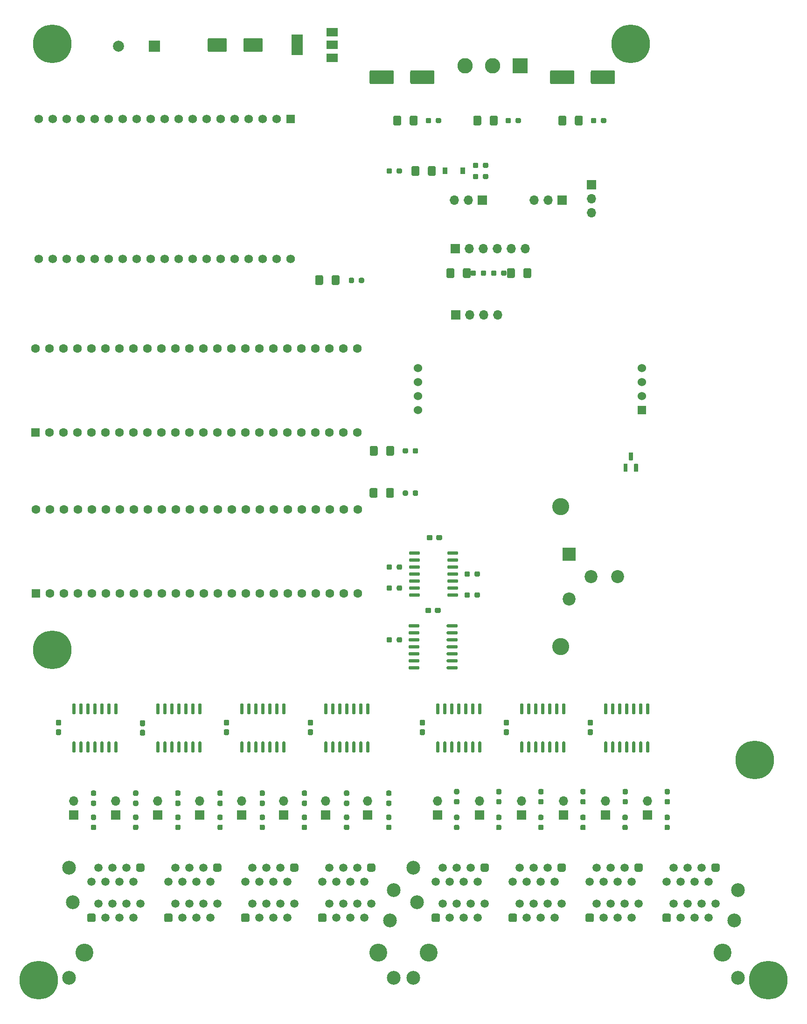
<source format=gts>
%TF.GenerationSoftware,KiCad,Pcbnew,(5.1.9-0-10_14)*%
%TF.CreationDate,2021-08-05T14:32:20+02:00*%
%TF.ProjectId,MechanicalTheatre,4d656368-616e-4696-9361-6c5468656174,rev?*%
%TF.SameCoordinates,Original*%
%TF.FileFunction,Soldermask,Top*%
%TF.FilePolarity,Negative*%
%FSLAX46Y46*%
G04 Gerber Fmt 4.6, Leading zero omitted, Abs format (unit mm)*
G04 Created by KiCad (PCBNEW (5.1.9-0-10_14)) date 2021-08-05 14:32:20*
%MOMM*%
%LPD*%
G01*
G04 APERTURE LIST*
%ADD10C,2.000000*%
%ADD11R,2.000000X2.000000*%
%ADD12C,7.000000*%
%ADD13C,3.900000*%
%ADD14R,2.000000X1.500000*%
%ADD15R,2.000000X3.800000*%
%ADD16O,1.700000X1.700000*%
%ADD17R,1.700000X1.700000*%
%ADD18C,2.500000*%
%ADD19C,1.500000*%
%ADD20C,3.250000*%
%ADD21C,3.098800*%
%ADD22C,2.362200*%
%ADD23R,2.362200X2.362200*%
%ADD24R,0.900000X1.200000*%
%ADD25C,1.524000*%
%ADD26R,1.524000X1.524000*%
%ADD27C,1.600000*%
%ADD28R,1.600000X1.600000*%
%ADD29C,1.560000*%
%ADD30R,1.560000X1.560000*%
%ADD31C,2.800000*%
%ADD32R,2.800000X2.800000*%
G04 APERTURE END LIST*
D10*
%TO.C,BZ2*%
X49500000Y-50502000D03*
D11*
X56000000Y-50502000D03*
%TD*%
%TO.C,D11*%
G36*
G01*
X105677000Y-73733000D02*
X105677000Y-72483000D01*
G75*
G02*
X105927000Y-72233000I250000J0D01*
G01*
X106852000Y-72233000D01*
G75*
G02*
X107102000Y-72483000I0J-250000D01*
G01*
X107102000Y-73733000D01*
G75*
G02*
X106852000Y-73983000I-250000J0D01*
G01*
X105927000Y-73983000D01*
G75*
G02*
X105677000Y-73733000I0J250000D01*
G01*
G37*
G36*
G01*
X102702000Y-73733000D02*
X102702000Y-72483000D01*
G75*
G02*
X102952000Y-72233000I250000J0D01*
G01*
X103877000Y-72233000D01*
G75*
G02*
X104127000Y-72483000I0J-250000D01*
G01*
X104127000Y-73733000D01*
G75*
G02*
X103877000Y-73983000I-250000J0D01*
G01*
X102952000Y-73983000D01*
G75*
G02*
X102702000Y-73733000I0J250000D01*
G01*
G37*
%TD*%
%TO.C,D10*%
G36*
G01*
X98110500Y-124533000D02*
X98110500Y-123283000D01*
G75*
G02*
X98360500Y-123033000I250000J0D01*
G01*
X99285500Y-123033000D01*
G75*
G02*
X99535500Y-123283000I0J-250000D01*
G01*
X99535500Y-124533000D01*
G75*
G02*
X99285500Y-124783000I-250000J0D01*
G01*
X98360500Y-124783000D01*
G75*
G02*
X98110500Y-124533000I0J250000D01*
G01*
G37*
G36*
G01*
X95135500Y-124533000D02*
X95135500Y-123283000D01*
G75*
G02*
X95385500Y-123033000I250000J0D01*
G01*
X96310500Y-123033000D01*
G75*
G02*
X96560500Y-123283000I0J-250000D01*
G01*
X96560500Y-124533000D01*
G75*
G02*
X96310500Y-124783000I-250000J0D01*
G01*
X95385500Y-124783000D01*
G75*
G02*
X95135500Y-124533000I0J250000D01*
G01*
G37*
%TD*%
%TO.C,D8*%
G36*
G01*
X100827000Y-63339000D02*
X100827000Y-64589000D01*
G75*
G02*
X100577000Y-64839000I-250000J0D01*
G01*
X99652000Y-64839000D01*
G75*
G02*
X99402000Y-64589000I0J250000D01*
G01*
X99402000Y-63339000D01*
G75*
G02*
X99652000Y-63089000I250000J0D01*
G01*
X100577000Y-63089000D01*
G75*
G02*
X100827000Y-63339000I0J-250000D01*
G01*
G37*
G36*
G01*
X103802000Y-63339000D02*
X103802000Y-64589000D01*
G75*
G02*
X103552000Y-64839000I-250000J0D01*
G01*
X102627000Y-64839000D01*
G75*
G02*
X102377000Y-64589000I0J250000D01*
G01*
X102377000Y-63339000D01*
G75*
G02*
X102627000Y-63089000I250000J0D01*
G01*
X103552000Y-63089000D01*
G75*
G02*
X103802000Y-63339000I0J-250000D01*
G01*
G37*
%TD*%
%TO.C,D6*%
G36*
G01*
X130799000Y-63339000D02*
X130799000Y-64589000D01*
G75*
G02*
X130549000Y-64839000I-250000J0D01*
G01*
X129624000Y-64839000D01*
G75*
G02*
X129374000Y-64589000I0J250000D01*
G01*
X129374000Y-63339000D01*
G75*
G02*
X129624000Y-63089000I250000J0D01*
G01*
X130549000Y-63089000D01*
G75*
G02*
X130799000Y-63339000I0J-250000D01*
G01*
G37*
G36*
G01*
X133774000Y-63339000D02*
X133774000Y-64589000D01*
G75*
G02*
X133524000Y-64839000I-250000J0D01*
G01*
X132599000Y-64839000D01*
G75*
G02*
X132349000Y-64589000I0J250000D01*
G01*
X132349000Y-63339000D01*
G75*
G02*
X132599000Y-63089000I250000J0D01*
G01*
X133524000Y-63089000D01*
G75*
G02*
X133774000Y-63339000I0J-250000D01*
G01*
G37*
%TD*%
%TO.C,D5*%
G36*
G01*
X115357000Y-63339000D02*
X115357000Y-64589000D01*
G75*
G02*
X115107000Y-64839000I-250000J0D01*
G01*
X114182000Y-64839000D01*
G75*
G02*
X113932000Y-64589000I0J250000D01*
G01*
X113932000Y-63339000D01*
G75*
G02*
X114182000Y-63089000I250000J0D01*
G01*
X115107000Y-63089000D01*
G75*
G02*
X115357000Y-63339000I0J-250000D01*
G01*
G37*
G36*
G01*
X118332000Y-63339000D02*
X118332000Y-64589000D01*
G75*
G02*
X118082000Y-64839000I-250000J0D01*
G01*
X117157000Y-64839000D01*
G75*
G02*
X116907000Y-64589000I0J250000D01*
G01*
X116907000Y-63339000D01*
G75*
G02*
X117157000Y-63089000I250000J0D01*
G01*
X118082000Y-63089000D01*
G75*
G02*
X118332000Y-63339000I0J-250000D01*
G01*
G37*
%TD*%
%TO.C,D4*%
G36*
G01*
X110479000Y-91025000D02*
X110479000Y-92275000D01*
G75*
G02*
X110229000Y-92525000I-250000J0D01*
G01*
X109304000Y-92525000D01*
G75*
G02*
X109054000Y-92275000I0J250000D01*
G01*
X109054000Y-91025000D01*
G75*
G02*
X109304000Y-90775000I250000J0D01*
G01*
X110229000Y-90775000D01*
G75*
G02*
X110479000Y-91025000I0J-250000D01*
G01*
G37*
G36*
G01*
X113454000Y-91025000D02*
X113454000Y-92275000D01*
G75*
G02*
X113204000Y-92525000I-250000J0D01*
G01*
X112279000Y-92525000D01*
G75*
G02*
X112029000Y-92275000I0J250000D01*
G01*
X112029000Y-91025000D01*
G75*
G02*
X112279000Y-90775000I250000J0D01*
G01*
X113204000Y-90775000D01*
G75*
G02*
X113454000Y-91025000I0J-250000D01*
G01*
G37*
%TD*%
%TO.C,D3*%
G36*
G01*
X123003000Y-92275000D02*
X123003000Y-91025000D01*
G75*
G02*
X123253000Y-90775000I250000J0D01*
G01*
X124178000Y-90775000D01*
G75*
G02*
X124428000Y-91025000I0J-250000D01*
G01*
X124428000Y-92275000D01*
G75*
G02*
X124178000Y-92525000I-250000J0D01*
G01*
X123253000Y-92525000D01*
G75*
G02*
X123003000Y-92275000I0J250000D01*
G01*
G37*
G36*
G01*
X120028000Y-92275000D02*
X120028000Y-91025000D01*
G75*
G02*
X120278000Y-90775000I250000J0D01*
G01*
X121203000Y-90775000D01*
G75*
G02*
X121453000Y-91025000I0J-250000D01*
G01*
X121453000Y-92275000D01*
G75*
G02*
X121203000Y-92525000I-250000J0D01*
G01*
X120278000Y-92525000D01*
G75*
G02*
X120028000Y-92275000I0J250000D01*
G01*
G37*
%TD*%
%TO.C,D2*%
G36*
G01*
X86654500Y-92295000D02*
X86654500Y-93545000D01*
G75*
G02*
X86404500Y-93795000I-250000J0D01*
G01*
X85479500Y-93795000D01*
G75*
G02*
X85229500Y-93545000I0J250000D01*
G01*
X85229500Y-92295000D01*
G75*
G02*
X85479500Y-92045000I250000J0D01*
G01*
X86404500Y-92045000D01*
G75*
G02*
X86654500Y-92295000I0J-250000D01*
G01*
G37*
G36*
G01*
X89629500Y-92295000D02*
X89629500Y-93545000D01*
G75*
G02*
X89379500Y-93795000I-250000J0D01*
G01*
X88454500Y-93795000D01*
G75*
G02*
X88204500Y-93545000I0J250000D01*
G01*
X88204500Y-92295000D01*
G75*
G02*
X88454500Y-92045000I250000J0D01*
G01*
X89379500Y-92045000D01*
G75*
G02*
X89629500Y-92295000I0J-250000D01*
G01*
G37*
%TD*%
%TO.C,D1*%
G36*
G01*
X96535000Y-130903000D02*
X96535000Y-132153000D01*
G75*
G02*
X96285000Y-132403000I-250000J0D01*
G01*
X95360000Y-132403000D01*
G75*
G02*
X95110000Y-132153000I0J250000D01*
G01*
X95110000Y-130903000D01*
G75*
G02*
X95360000Y-130653000I250000J0D01*
G01*
X96285000Y-130653000D01*
G75*
G02*
X96535000Y-130903000I0J-250000D01*
G01*
G37*
G36*
G01*
X99510000Y-130903000D02*
X99510000Y-132153000D01*
G75*
G02*
X99260000Y-132403000I-250000J0D01*
G01*
X98335000Y-132403000D01*
G75*
G02*
X98085000Y-132153000I0J250000D01*
G01*
X98085000Y-130903000D01*
G75*
G02*
X98335000Y-130653000I250000J0D01*
G01*
X99260000Y-130653000D01*
G75*
G02*
X99510000Y-130903000I0J-250000D01*
G01*
G37*
%TD*%
D12*
%TO.C,mh2*%
X142500000Y-50000000D03*
D13*
X142500000Y-50000000D03*
%TD*%
D12*
%TO.C,mh1*%
X37500000Y-50000000D03*
D13*
X37500000Y-50000000D03*
%TD*%
D12*
%TO.C,mh3*%
X37500000Y-160000000D03*
D13*
X37500000Y-160000000D03*
%TD*%
D12*
%TO.C,mh4*%
X165000000Y-180000000D03*
D13*
X165000000Y-180000000D03*
%TD*%
D12*
%TO.C,mh6*%
X167500000Y-220000000D03*
D13*
X167500000Y-220000000D03*
%TD*%
D12*
%TO.C,mh5*%
X35000000Y-220000000D03*
D13*
X35000000Y-220000000D03*
%TD*%
%TO.C,R78*%
G36*
G01*
X99993000Y-73345500D02*
X99993000Y-72870500D01*
G75*
G02*
X100230500Y-72633000I237500J0D01*
G01*
X100730500Y-72633000D01*
G75*
G02*
X100968000Y-72870500I0J-237500D01*
G01*
X100968000Y-73345500D01*
G75*
G02*
X100730500Y-73583000I-237500J0D01*
G01*
X100230500Y-73583000D01*
G75*
G02*
X99993000Y-73345500I0J237500D01*
G01*
G37*
G36*
G01*
X98168000Y-73345500D02*
X98168000Y-72870500D01*
G75*
G02*
X98405500Y-72633000I237500J0D01*
G01*
X98905500Y-72633000D01*
G75*
G02*
X99143000Y-72870500I0J-237500D01*
G01*
X99143000Y-73345500D01*
G75*
G02*
X98905500Y-73583000I-237500J0D01*
G01*
X98405500Y-73583000D01*
G75*
G02*
X98168000Y-73345500I0J237500D01*
G01*
G37*
%TD*%
%TO.C,R77*%
G36*
G01*
X102075000Y-123670500D02*
X102075000Y-124145500D01*
G75*
G02*
X101837500Y-124383000I-237500J0D01*
G01*
X101337500Y-124383000D01*
G75*
G02*
X101100000Y-124145500I0J237500D01*
G01*
X101100000Y-123670500D01*
G75*
G02*
X101337500Y-123433000I237500J0D01*
G01*
X101837500Y-123433000D01*
G75*
G02*
X102075000Y-123670500I0J-237500D01*
G01*
G37*
G36*
G01*
X103900000Y-123670500D02*
X103900000Y-124145500D01*
G75*
G02*
X103662500Y-124383000I-237500J0D01*
G01*
X103162500Y-124383000D01*
G75*
G02*
X102925000Y-124145500I0J237500D01*
G01*
X102925000Y-123670500D01*
G75*
G02*
X103162500Y-123433000I237500J0D01*
G01*
X103662500Y-123433000D01*
G75*
G02*
X103900000Y-123670500I0J-237500D01*
G01*
G37*
%TD*%
%TO.C,C4*%
G36*
G01*
X135242000Y-57090000D02*
X135242000Y-55090000D01*
G75*
G02*
X135492000Y-54840000I250000J0D01*
G01*
X139392000Y-54840000D01*
G75*
G02*
X139642000Y-55090000I0J-250000D01*
G01*
X139642000Y-57090000D01*
G75*
G02*
X139392000Y-57340000I-250000J0D01*
G01*
X135492000Y-57340000D01*
G75*
G02*
X135242000Y-57090000I0J250000D01*
G01*
G37*
G36*
G01*
X127842000Y-57090000D02*
X127842000Y-55090000D01*
G75*
G02*
X128092000Y-54840000I250000J0D01*
G01*
X131992000Y-54840000D01*
G75*
G02*
X132242000Y-55090000I0J-250000D01*
G01*
X132242000Y-57090000D01*
G75*
G02*
X131992000Y-57340000I-250000J0D01*
G01*
X128092000Y-57340000D01*
G75*
G02*
X127842000Y-57090000I0J250000D01*
G01*
G37*
%TD*%
%TO.C,C1*%
G36*
G01*
X99476000Y-55090000D02*
X99476000Y-57090000D01*
G75*
G02*
X99226000Y-57340000I-250000J0D01*
G01*
X95326000Y-57340000D01*
G75*
G02*
X95076000Y-57090000I0J250000D01*
G01*
X95076000Y-55090000D01*
G75*
G02*
X95326000Y-54840000I250000J0D01*
G01*
X99226000Y-54840000D01*
G75*
G02*
X99476000Y-55090000I0J-250000D01*
G01*
G37*
G36*
G01*
X106876000Y-55090000D02*
X106876000Y-57090000D01*
G75*
G02*
X106626000Y-57340000I-250000J0D01*
G01*
X102726000Y-57340000D01*
G75*
G02*
X102476000Y-57090000I0J250000D01*
G01*
X102476000Y-55090000D01*
G75*
G02*
X102726000Y-54840000I250000J0D01*
G01*
X106626000Y-54840000D01*
G75*
G02*
X106876000Y-55090000I0J-250000D01*
G01*
G37*
%TD*%
D14*
%TO.C,U16*%
X88268000Y-52548000D03*
X88268000Y-47948000D03*
X88268000Y-50248000D03*
D15*
X81968000Y-50248000D03*
%TD*%
%TO.C,U3*%
G36*
G01*
X109183000Y-142600000D02*
X109183000Y-142300000D01*
G75*
G02*
X109333000Y-142150000I150000J0D01*
G01*
X111008000Y-142150000D01*
G75*
G02*
X111158000Y-142300000I0J-150000D01*
G01*
X111158000Y-142600000D01*
G75*
G02*
X111008000Y-142750000I-150000J0D01*
G01*
X109333000Y-142750000D01*
G75*
G02*
X109183000Y-142600000I0J150000D01*
G01*
G37*
G36*
G01*
X109183000Y-143870000D02*
X109183000Y-143570000D01*
G75*
G02*
X109333000Y-143420000I150000J0D01*
G01*
X111008000Y-143420000D01*
G75*
G02*
X111158000Y-143570000I0J-150000D01*
G01*
X111158000Y-143870000D01*
G75*
G02*
X111008000Y-144020000I-150000J0D01*
G01*
X109333000Y-144020000D01*
G75*
G02*
X109183000Y-143870000I0J150000D01*
G01*
G37*
G36*
G01*
X109183000Y-145140000D02*
X109183000Y-144840000D01*
G75*
G02*
X109333000Y-144690000I150000J0D01*
G01*
X111008000Y-144690000D01*
G75*
G02*
X111158000Y-144840000I0J-150000D01*
G01*
X111158000Y-145140000D01*
G75*
G02*
X111008000Y-145290000I-150000J0D01*
G01*
X109333000Y-145290000D01*
G75*
G02*
X109183000Y-145140000I0J150000D01*
G01*
G37*
G36*
G01*
X109183000Y-146410000D02*
X109183000Y-146110000D01*
G75*
G02*
X109333000Y-145960000I150000J0D01*
G01*
X111008000Y-145960000D01*
G75*
G02*
X111158000Y-146110000I0J-150000D01*
G01*
X111158000Y-146410000D01*
G75*
G02*
X111008000Y-146560000I-150000J0D01*
G01*
X109333000Y-146560000D01*
G75*
G02*
X109183000Y-146410000I0J150000D01*
G01*
G37*
G36*
G01*
X109183000Y-147680000D02*
X109183000Y-147380000D01*
G75*
G02*
X109333000Y-147230000I150000J0D01*
G01*
X111008000Y-147230000D01*
G75*
G02*
X111158000Y-147380000I0J-150000D01*
G01*
X111158000Y-147680000D01*
G75*
G02*
X111008000Y-147830000I-150000J0D01*
G01*
X109333000Y-147830000D01*
G75*
G02*
X109183000Y-147680000I0J150000D01*
G01*
G37*
G36*
G01*
X109183000Y-148950000D02*
X109183000Y-148650000D01*
G75*
G02*
X109333000Y-148500000I150000J0D01*
G01*
X111008000Y-148500000D01*
G75*
G02*
X111158000Y-148650000I0J-150000D01*
G01*
X111158000Y-148950000D01*
G75*
G02*
X111008000Y-149100000I-150000J0D01*
G01*
X109333000Y-149100000D01*
G75*
G02*
X109183000Y-148950000I0J150000D01*
G01*
G37*
G36*
G01*
X109183000Y-150220000D02*
X109183000Y-149920000D01*
G75*
G02*
X109333000Y-149770000I150000J0D01*
G01*
X111008000Y-149770000D01*
G75*
G02*
X111158000Y-149920000I0J-150000D01*
G01*
X111158000Y-150220000D01*
G75*
G02*
X111008000Y-150370000I-150000J0D01*
G01*
X109333000Y-150370000D01*
G75*
G02*
X109183000Y-150220000I0J150000D01*
G01*
G37*
G36*
G01*
X102258000Y-150220000D02*
X102258000Y-149920000D01*
G75*
G02*
X102408000Y-149770000I150000J0D01*
G01*
X104083000Y-149770000D01*
G75*
G02*
X104233000Y-149920000I0J-150000D01*
G01*
X104233000Y-150220000D01*
G75*
G02*
X104083000Y-150370000I-150000J0D01*
G01*
X102408000Y-150370000D01*
G75*
G02*
X102258000Y-150220000I0J150000D01*
G01*
G37*
G36*
G01*
X102258000Y-148950000D02*
X102258000Y-148650000D01*
G75*
G02*
X102408000Y-148500000I150000J0D01*
G01*
X104083000Y-148500000D01*
G75*
G02*
X104233000Y-148650000I0J-150000D01*
G01*
X104233000Y-148950000D01*
G75*
G02*
X104083000Y-149100000I-150000J0D01*
G01*
X102408000Y-149100000D01*
G75*
G02*
X102258000Y-148950000I0J150000D01*
G01*
G37*
G36*
G01*
X102258000Y-147680000D02*
X102258000Y-147380000D01*
G75*
G02*
X102408000Y-147230000I150000J0D01*
G01*
X104083000Y-147230000D01*
G75*
G02*
X104233000Y-147380000I0J-150000D01*
G01*
X104233000Y-147680000D01*
G75*
G02*
X104083000Y-147830000I-150000J0D01*
G01*
X102408000Y-147830000D01*
G75*
G02*
X102258000Y-147680000I0J150000D01*
G01*
G37*
G36*
G01*
X102258000Y-146410000D02*
X102258000Y-146110000D01*
G75*
G02*
X102408000Y-145960000I150000J0D01*
G01*
X104083000Y-145960000D01*
G75*
G02*
X104233000Y-146110000I0J-150000D01*
G01*
X104233000Y-146410000D01*
G75*
G02*
X104083000Y-146560000I-150000J0D01*
G01*
X102408000Y-146560000D01*
G75*
G02*
X102258000Y-146410000I0J150000D01*
G01*
G37*
G36*
G01*
X102258000Y-145140000D02*
X102258000Y-144840000D01*
G75*
G02*
X102408000Y-144690000I150000J0D01*
G01*
X104083000Y-144690000D01*
G75*
G02*
X104233000Y-144840000I0J-150000D01*
G01*
X104233000Y-145140000D01*
G75*
G02*
X104083000Y-145290000I-150000J0D01*
G01*
X102408000Y-145290000D01*
G75*
G02*
X102258000Y-145140000I0J150000D01*
G01*
G37*
G36*
G01*
X102258000Y-143870000D02*
X102258000Y-143570000D01*
G75*
G02*
X102408000Y-143420000I150000J0D01*
G01*
X104083000Y-143420000D01*
G75*
G02*
X104233000Y-143570000I0J-150000D01*
G01*
X104233000Y-143870000D01*
G75*
G02*
X104083000Y-144020000I-150000J0D01*
G01*
X102408000Y-144020000D01*
G75*
G02*
X102258000Y-143870000I0J150000D01*
G01*
G37*
G36*
G01*
X102258000Y-142600000D02*
X102258000Y-142300000D01*
G75*
G02*
X102408000Y-142150000I150000J0D01*
G01*
X104083000Y-142150000D01*
G75*
G02*
X104233000Y-142300000I0J-150000D01*
G01*
X104233000Y-142600000D01*
G75*
G02*
X104083000Y-142750000I-150000J0D01*
G01*
X102408000Y-142750000D01*
G75*
G02*
X102258000Y-142600000I0J150000D01*
G01*
G37*
%TD*%
%TO.C,R76*%
G36*
G01*
X115665000Y-74361500D02*
X115665000Y-73886500D01*
G75*
G02*
X115902500Y-73649000I237500J0D01*
G01*
X116402500Y-73649000D01*
G75*
G02*
X116640000Y-73886500I0J-237500D01*
G01*
X116640000Y-74361500D01*
G75*
G02*
X116402500Y-74599000I-237500J0D01*
G01*
X115902500Y-74599000D01*
G75*
G02*
X115665000Y-74361500I0J237500D01*
G01*
G37*
G36*
G01*
X113840000Y-74361500D02*
X113840000Y-73886500D01*
G75*
G02*
X114077500Y-73649000I237500J0D01*
G01*
X114577500Y-73649000D01*
G75*
G02*
X114815000Y-73886500I0J-237500D01*
G01*
X114815000Y-74361500D01*
G75*
G02*
X114577500Y-74599000I-237500J0D01*
G01*
X114077500Y-74599000D01*
G75*
G02*
X113840000Y-74361500I0J237500D01*
G01*
G37*
%TD*%
%TO.C,R75*%
G36*
G01*
X114815000Y-71854500D02*
X114815000Y-72329500D01*
G75*
G02*
X114577500Y-72567000I-237500J0D01*
G01*
X114077500Y-72567000D01*
G75*
G02*
X113840000Y-72329500I0J237500D01*
G01*
X113840000Y-71854500D01*
G75*
G02*
X114077500Y-71617000I237500J0D01*
G01*
X114577500Y-71617000D01*
G75*
G02*
X114815000Y-71854500I0J-237500D01*
G01*
G37*
G36*
G01*
X116640000Y-71854500D02*
X116640000Y-72329500D01*
G75*
G02*
X116402500Y-72567000I-237500J0D01*
G01*
X115902500Y-72567000D01*
G75*
G02*
X115665000Y-72329500I0J237500D01*
G01*
X115665000Y-71854500D01*
G75*
G02*
X115902500Y-71617000I237500J0D01*
G01*
X116402500Y-71617000D01*
G75*
G02*
X116640000Y-71854500I0J-237500D01*
G01*
G37*
%TD*%
%TO.C,R70*%
G36*
G01*
X107105000Y-64201500D02*
X107105000Y-63726500D01*
G75*
G02*
X107342500Y-63489000I237500J0D01*
G01*
X107842500Y-63489000D01*
G75*
G02*
X108080000Y-63726500I0J-237500D01*
G01*
X108080000Y-64201500D01*
G75*
G02*
X107842500Y-64439000I-237500J0D01*
G01*
X107342500Y-64439000D01*
G75*
G02*
X107105000Y-64201500I0J237500D01*
G01*
G37*
G36*
G01*
X105280000Y-64201500D02*
X105280000Y-63726500D01*
G75*
G02*
X105517500Y-63489000I237500J0D01*
G01*
X106017500Y-63489000D01*
G75*
G02*
X106255000Y-63726500I0J-237500D01*
G01*
X106255000Y-64201500D01*
G75*
G02*
X106017500Y-64439000I-237500J0D01*
G01*
X105517500Y-64439000D01*
G75*
G02*
X105280000Y-64201500I0J237500D01*
G01*
G37*
%TD*%
%TO.C,R69*%
G36*
G01*
X136227000Y-63726500D02*
X136227000Y-64201500D01*
G75*
G02*
X135989500Y-64439000I-237500J0D01*
G01*
X135489500Y-64439000D01*
G75*
G02*
X135252000Y-64201500I0J237500D01*
G01*
X135252000Y-63726500D01*
G75*
G02*
X135489500Y-63489000I237500J0D01*
G01*
X135989500Y-63489000D01*
G75*
G02*
X136227000Y-63726500I0J-237500D01*
G01*
G37*
G36*
G01*
X138052000Y-63726500D02*
X138052000Y-64201500D01*
G75*
G02*
X137814500Y-64439000I-237500J0D01*
G01*
X137314500Y-64439000D01*
G75*
G02*
X137077000Y-64201500I0J237500D01*
G01*
X137077000Y-63726500D01*
G75*
G02*
X137314500Y-63489000I237500J0D01*
G01*
X137814500Y-63489000D01*
G75*
G02*
X138052000Y-63726500I0J-237500D01*
G01*
G37*
%TD*%
%TO.C,R68*%
G36*
G01*
X121583000Y-64201500D02*
X121583000Y-63726500D01*
G75*
G02*
X121820500Y-63489000I237500J0D01*
G01*
X122320500Y-63489000D01*
G75*
G02*
X122558000Y-63726500I0J-237500D01*
G01*
X122558000Y-64201500D01*
G75*
G02*
X122320500Y-64439000I-237500J0D01*
G01*
X121820500Y-64439000D01*
G75*
G02*
X121583000Y-64201500I0J237500D01*
G01*
G37*
G36*
G01*
X119758000Y-64201500D02*
X119758000Y-63726500D01*
G75*
G02*
X119995500Y-63489000I237500J0D01*
G01*
X120495500Y-63489000D01*
G75*
G02*
X120733000Y-63726500I0J-237500D01*
G01*
X120733000Y-64201500D01*
G75*
G02*
X120495500Y-64439000I-237500J0D01*
G01*
X119995500Y-64439000D01*
G75*
G02*
X119758000Y-64201500I0J237500D01*
G01*
G37*
%TD*%
D16*
%TO.C,JP1*%
X135410000Y-80728000D03*
X135410000Y-78188000D03*
D17*
X135410000Y-75648000D03*
%TD*%
D18*
%TO.C,J12*%
X161960000Y-219570000D03*
X103040000Y-219570000D03*
X103040000Y-199540000D03*
X161960000Y-203600000D03*
X103705000Y-205850000D03*
G36*
G01*
X157140000Y-199915000D02*
X157140000Y-199165000D01*
G75*
G02*
X157515000Y-198790000I375000J0D01*
G01*
X158265000Y-198790000D01*
G75*
G02*
X158640000Y-199165000I0J-375000D01*
G01*
X158640000Y-199915000D01*
G75*
G02*
X158265000Y-200290000I-375000J0D01*
G01*
X157515000Y-200290000D01*
G75*
G02*
X157140000Y-199915000I0J375000D01*
G01*
G37*
D19*
X156630000Y-202080000D03*
X155350000Y-199540000D03*
X154090000Y-202080000D03*
X152810000Y-199540000D03*
X151550000Y-202080000D03*
X150270000Y-199540000D03*
X149010000Y-202080000D03*
X109640000Y-202080000D03*
X107100000Y-202080000D03*
X110900000Y-199540000D03*
G36*
G01*
X115230000Y-199915000D02*
X115230000Y-199165000D01*
G75*
G02*
X115605000Y-198790000I375000J0D01*
G01*
X116355000Y-198790000D01*
G75*
G02*
X116730000Y-199165000I0J-375000D01*
G01*
X116730000Y-199915000D01*
G75*
G02*
X116355000Y-200290000I-375000J0D01*
G01*
X115605000Y-200290000D01*
G75*
G02*
X115230000Y-199915000I0J375000D01*
G01*
G37*
X108360000Y-199540000D03*
X112180000Y-202080000D03*
X113440000Y-199540000D03*
X114720000Y-202080000D03*
X122330000Y-199540000D03*
G36*
G01*
X129200000Y-199915000D02*
X129200000Y-199165000D01*
G75*
G02*
X129575000Y-198790000I375000J0D01*
G01*
X130325000Y-198790000D01*
G75*
G02*
X130700000Y-199165000I0J-375000D01*
G01*
X130700000Y-199915000D01*
G75*
G02*
X130325000Y-200290000I-375000J0D01*
G01*
X129575000Y-200290000D01*
G75*
G02*
X129200000Y-199915000I0J375000D01*
G01*
G37*
X124870000Y-199540000D03*
X121070000Y-202080000D03*
X123610000Y-202080000D03*
X128690000Y-202080000D03*
X127410000Y-199540000D03*
X126150000Y-202080000D03*
X136300000Y-199540000D03*
G36*
G01*
X143170000Y-199915000D02*
X143170000Y-199165000D01*
G75*
G02*
X143545000Y-198790000I375000J0D01*
G01*
X144295000Y-198790000D01*
G75*
G02*
X144670000Y-199165000I0J-375000D01*
G01*
X144670000Y-199915000D01*
G75*
G02*
X144295000Y-200290000I-375000J0D01*
G01*
X143545000Y-200290000D01*
G75*
G02*
X143170000Y-199915000I0J375000D01*
G01*
G37*
X138840000Y-199540000D03*
X135040000Y-202080000D03*
X137580000Y-202080000D03*
X142660000Y-202080000D03*
X141380000Y-199540000D03*
X140120000Y-202080000D03*
X140120000Y-208650000D03*
X141380000Y-206110000D03*
X142660000Y-208650000D03*
X137580000Y-208650000D03*
G36*
G01*
X134290000Y-209149500D02*
X134290000Y-208150500D01*
G75*
G02*
X134540500Y-207900000I250500J0D01*
G01*
X135539500Y-207900000D01*
G75*
G02*
X135790000Y-208150500I0J-250500D01*
G01*
X135790000Y-209149500D01*
G75*
G02*
X135539500Y-209400000I-250500J0D01*
G01*
X134540500Y-209400000D01*
G75*
G02*
X134290000Y-209149500I0J250500D01*
G01*
G37*
X138840000Y-206110000D03*
X143920000Y-206110000D03*
X136300000Y-206110000D03*
X126150000Y-208650000D03*
X127410000Y-206110000D03*
X128690000Y-208650000D03*
X123610000Y-208650000D03*
G36*
G01*
X120320000Y-209149500D02*
X120320000Y-208150500D01*
G75*
G02*
X120570500Y-207900000I250500J0D01*
G01*
X121569500Y-207900000D01*
G75*
G02*
X121820000Y-208150500I0J-250500D01*
G01*
X121820000Y-209149500D01*
G75*
G02*
X121569500Y-209400000I-250500J0D01*
G01*
X120570500Y-209400000D01*
G75*
G02*
X120320000Y-209149500I0J250500D01*
G01*
G37*
X124870000Y-206110000D03*
X129950000Y-206110000D03*
X122330000Y-206110000D03*
X108360000Y-206110000D03*
X115980000Y-206110000D03*
X110900000Y-206110000D03*
G36*
G01*
X106350000Y-209149500D02*
X106350000Y-208150500D01*
G75*
G02*
X106600500Y-207900000I250500J0D01*
G01*
X107599500Y-207900000D01*
G75*
G02*
X107850000Y-208150500I0J-250500D01*
G01*
X107850000Y-209149500D01*
G75*
G02*
X107599500Y-209400000I-250500J0D01*
G01*
X106600500Y-209400000D01*
G75*
G02*
X106350000Y-209149500I0J250500D01*
G01*
G37*
X109640000Y-208650000D03*
X114720000Y-208650000D03*
X113440000Y-206110000D03*
X112180000Y-208650000D03*
G36*
G01*
X148260000Y-209149500D02*
X148260000Y-208150500D01*
G75*
G02*
X148510500Y-207900000I250500J0D01*
G01*
X149509500Y-207900000D01*
G75*
G02*
X149760000Y-208150500I0J-250500D01*
G01*
X149760000Y-209149500D01*
G75*
G02*
X149509500Y-209400000I-250500J0D01*
G01*
X148510500Y-209400000D01*
G75*
G02*
X148260000Y-209149500I0J250500D01*
G01*
G37*
X150270000Y-206110000D03*
X151550000Y-208650000D03*
X152810000Y-206110000D03*
X154090000Y-208650000D03*
X155350000Y-206110000D03*
X156630000Y-208650000D03*
X157890000Y-206110000D03*
D18*
X161295000Y-209150000D03*
D20*
X105830000Y-215000000D03*
X159170000Y-215000000D03*
%TD*%
D16*
%TO.C,J6*%
X124996000Y-78442000D03*
X127536000Y-78442000D03*
D17*
X130076000Y-78442000D03*
%TD*%
D21*
%TO.C,J5*%
X129822000Y-159468000D03*
X129822000Y-134068000D03*
D22*
X140134400Y-146768000D03*
X131346000Y-150832000D03*
X135308400Y-146768000D03*
D23*
X131346000Y-142704000D03*
%TD*%
D24*
%TO.C,D9*%
X112042000Y-73108000D03*
X108742000Y-73108000D03*
%TD*%
%TO.C,D7*%
G36*
G01*
X141850000Y-127710000D02*
X141250000Y-127710000D01*
G75*
G02*
X141180000Y-127640000I0J70000D01*
G01*
X141180000Y-126340000D01*
G75*
G02*
X141250000Y-126270000I70000J0D01*
G01*
X141850000Y-126270000D01*
G75*
G02*
X141920000Y-126340000I0J-70000D01*
G01*
X141920000Y-127640000D01*
G75*
G02*
X141850000Y-127710000I-70000J0D01*
G01*
G37*
G36*
G01*
X143750000Y-127710000D02*
X143150000Y-127710000D01*
G75*
G02*
X143080000Y-127640000I0J70000D01*
G01*
X143080000Y-126340000D01*
G75*
G02*
X143150000Y-126270000I70000J0D01*
G01*
X143750000Y-126270000D01*
G75*
G02*
X143820000Y-126340000I0J-70000D01*
G01*
X143820000Y-127640000D01*
G75*
G02*
X143750000Y-127710000I-70000J0D01*
G01*
G37*
G36*
G01*
X142800000Y-125610000D02*
X142200000Y-125610000D01*
G75*
G02*
X142130000Y-125540000I0J70000D01*
G01*
X142130000Y-124240000D01*
G75*
G02*
X142200000Y-124170000I70000J0D01*
G01*
X142800000Y-124170000D01*
G75*
G02*
X142870000Y-124240000I0J-70000D01*
G01*
X142870000Y-125540000D01*
G75*
G02*
X142800000Y-125610000I-70000J0D01*
G01*
G37*
%TD*%
%TO.C,C31*%
G36*
G01*
X120153500Y-173775000D02*
X119678500Y-173775000D01*
G75*
G02*
X119441000Y-173537500I0J237500D01*
G01*
X119441000Y-172937500D01*
G75*
G02*
X119678500Y-172700000I237500J0D01*
G01*
X120153500Y-172700000D01*
G75*
G02*
X120391000Y-172937500I0J-237500D01*
G01*
X120391000Y-173537500D01*
G75*
G02*
X120153500Y-173775000I-237500J0D01*
G01*
G37*
G36*
G01*
X120153500Y-175500000D02*
X119678500Y-175500000D01*
G75*
G02*
X119441000Y-175262500I0J237500D01*
G01*
X119441000Y-174662500D01*
G75*
G02*
X119678500Y-174425000I237500J0D01*
G01*
X120153500Y-174425000D01*
G75*
G02*
X120391000Y-174662500I0J-237500D01*
G01*
X120391000Y-175262500D01*
G75*
G02*
X120153500Y-175500000I-237500J0D01*
G01*
G37*
%TD*%
%TO.C,C30*%
G36*
G01*
X135393500Y-173775000D02*
X134918500Y-173775000D01*
G75*
G02*
X134681000Y-173537500I0J237500D01*
G01*
X134681000Y-172937500D01*
G75*
G02*
X134918500Y-172700000I237500J0D01*
G01*
X135393500Y-172700000D01*
G75*
G02*
X135631000Y-172937500I0J-237500D01*
G01*
X135631000Y-173537500D01*
G75*
G02*
X135393500Y-173775000I-237500J0D01*
G01*
G37*
G36*
G01*
X135393500Y-175500000D02*
X134918500Y-175500000D01*
G75*
G02*
X134681000Y-175262500I0J237500D01*
G01*
X134681000Y-174662500D01*
G75*
G02*
X134918500Y-174425000I237500J0D01*
G01*
X135393500Y-174425000D01*
G75*
G02*
X135631000Y-174662500I0J-237500D01*
G01*
X135631000Y-175262500D01*
G75*
G02*
X135393500Y-175500000I-237500J0D01*
G01*
G37*
%TD*%
%TO.C,C29*%
G36*
G01*
X104913500Y-173775000D02*
X104438500Y-173775000D01*
G75*
G02*
X104201000Y-173537500I0J237500D01*
G01*
X104201000Y-172937500D01*
G75*
G02*
X104438500Y-172700000I237500J0D01*
G01*
X104913500Y-172700000D01*
G75*
G02*
X105151000Y-172937500I0J-237500D01*
G01*
X105151000Y-173537500D01*
G75*
G02*
X104913500Y-173775000I-237500J0D01*
G01*
G37*
G36*
G01*
X104913500Y-175500000D02*
X104438500Y-175500000D01*
G75*
G02*
X104201000Y-175262500I0J237500D01*
G01*
X104201000Y-174662500D01*
G75*
G02*
X104438500Y-174425000I237500J0D01*
G01*
X104913500Y-174425000D01*
G75*
G02*
X105151000Y-174662500I0J-237500D01*
G01*
X105151000Y-175262500D01*
G75*
G02*
X104913500Y-175500000I-237500J0D01*
G01*
G37*
%TD*%
%TO.C,C28*%
G36*
G01*
X84593500Y-173775000D02*
X84118500Y-173775000D01*
G75*
G02*
X83881000Y-173537500I0J237500D01*
G01*
X83881000Y-172937500D01*
G75*
G02*
X84118500Y-172700000I237500J0D01*
G01*
X84593500Y-172700000D01*
G75*
G02*
X84831000Y-172937500I0J-237500D01*
G01*
X84831000Y-173537500D01*
G75*
G02*
X84593500Y-173775000I-237500J0D01*
G01*
G37*
G36*
G01*
X84593500Y-175500000D02*
X84118500Y-175500000D01*
G75*
G02*
X83881000Y-175262500I0J237500D01*
G01*
X83881000Y-174662500D01*
G75*
G02*
X84118500Y-174425000I237500J0D01*
G01*
X84593500Y-174425000D01*
G75*
G02*
X84831000Y-174662500I0J-237500D01*
G01*
X84831000Y-175262500D01*
G75*
G02*
X84593500Y-175500000I-237500J0D01*
G01*
G37*
%TD*%
%TO.C,C27*%
G36*
G01*
X54113500Y-173875000D02*
X53638500Y-173875000D01*
G75*
G02*
X53401000Y-173637500I0J237500D01*
G01*
X53401000Y-173037500D01*
G75*
G02*
X53638500Y-172800000I237500J0D01*
G01*
X54113500Y-172800000D01*
G75*
G02*
X54351000Y-173037500I0J-237500D01*
G01*
X54351000Y-173637500D01*
G75*
G02*
X54113500Y-173875000I-237500J0D01*
G01*
G37*
G36*
G01*
X54113500Y-175600000D02*
X53638500Y-175600000D01*
G75*
G02*
X53401000Y-175362500I0J237500D01*
G01*
X53401000Y-174762500D01*
G75*
G02*
X53638500Y-174525000I237500J0D01*
G01*
X54113500Y-174525000D01*
G75*
G02*
X54351000Y-174762500I0J-237500D01*
G01*
X54351000Y-175362500D01*
G75*
G02*
X54113500Y-175600000I-237500J0D01*
G01*
G37*
%TD*%
%TO.C,C26*%
G36*
G01*
X69353500Y-173775000D02*
X68878500Y-173775000D01*
G75*
G02*
X68641000Y-173537500I0J237500D01*
G01*
X68641000Y-172937500D01*
G75*
G02*
X68878500Y-172700000I237500J0D01*
G01*
X69353500Y-172700000D01*
G75*
G02*
X69591000Y-172937500I0J-237500D01*
G01*
X69591000Y-173537500D01*
G75*
G02*
X69353500Y-173775000I-237500J0D01*
G01*
G37*
G36*
G01*
X69353500Y-175500000D02*
X68878500Y-175500000D01*
G75*
G02*
X68641000Y-175262500I0J237500D01*
G01*
X68641000Y-174662500D01*
G75*
G02*
X68878500Y-174425000I237500J0D01*
G01*
X69353500Y-174425000D01*
G75*
G02*
X69591000Y-174662500I0J-237500D01*
G01*
X69591000Y-175262500D01*
G75*
G02*
X69353500Y-175500000I-237500J0D01*
G01*
G37*
%TD*%
%TO.C,C25*%
G36*
G01*
X38873500Y-173775000D02*
X38398500Y-173775000D01*
G75*
G02*
X38161000Y-173537500I0J237500D01*
G01*
X38161000Y-172937500D01*
G75*
G02*
X38398500Y-172700000I237500J0D01*
G01*
X38873500Y-172700000D01*
G75*
G02*
X39111000Y-172937500I0J-237500D01*
G01*
X39111000Y-173537500D01*
G75*
G02*
X38873500Y-173775000I-237500J0D01*
G01*
G37*
G36*
G01*
X38873500Y-175500000D02*
X38398500Y-175500000D01*
G75*
G02*
X38161000Y-175262500I0J237500D01*
G01*
X38161000Y-174662500D01*
G75*
G02*
X38398500Y-174425000I237500J0D01*
G01*
X38873500Y-174425000D01*
G75*
G02*
X39111000Y-174662500I0J-237500D01*
G01*
X39111000Y-175262500D01*
G75*
G02*
X38873500Y-175500000I-237500J0D01*
G01*
G37*
%TD*%
%TO.C,C24*%
G36*
G01*
X106933000Y-153101500D02*
X106933000Y-152626500D01*
G75*
G02*
X107170500Y-152389000I237500J0D01*
G01*
X107770500Y-152389000D01*
G75*
G02*
X108008000Y-152626500I0J-237500D01*
G01*
X108008000Y-153101500D01*
G75*
G02*
X107770500Y-153339000I-237500J0D01*
G01*
X107170500Y-153339000D01*
G75*
G02*
X106933000Y-153101500I0J237500D01*
G01*
G37*
G36*
G01*
X105208000Y-153101500D02*
X105208000Y-152626500D01*
G75*
G02*
X105445500Y-152389000I237500J0D01*
G01*
X106045500Y-152389000D01*
G75*
G02*
X106283000Y-152626500I0J-237500D01*
G01*
X106283000Y-153101500D01*
G75*
G02*
X106045500Y-153339000I-237500J0D01*
G01*
X105445500Y-153339000D01*
G75*
G02*
X105208000Y-153101500I0J237500D01*
G01*
G37*
%TD*%
%TO.C,C23*%
G36*
G01*
X107187000Y-139893500D02*
X107187000Y-139418500D01*
G75*
G02*
X107424500Y-139181000I237500J0D01*
G01*
X108024500Y-139181000D01*
G75*
G02*
X108262000Y-139418500I0J-237500D01*
G01*
X108262000Y-139893500D01*
G75*
G02*
X108024500Y-140131000I-237500J0D01*
G01*
X107424500Y-140131000D01*
G75*
G02*
X107187000Y-139893500I0J237500D01*
G01*
G37*
G36*
G01*
X105462000Y-139893500D02*
X105462000Y-139418500D01*
G75*
G02*
X105699500Y-139181000I237500J0D01*
G01*
X106299500Y-139181000D01*
G75*
G02*
X106537000Y-139418500I0J-237500D01*
G01*
X106537000Y-139893500D01*
G75*
G02*
X106299500Y-140131000I-237500J0D01*
G01*
X105699500Y-140131000D01*
G75*
G02*
X105462000Y-139893500I0J237500D01*
G01*
G37*
%TD*%
%TO.C,C19*%
G36*
G01*
X69192000Y-49248000D02*
X69192000Y-51248000D01*
G75*
G02*
X68942000Y-51498000I-250000J0D01*
G01*
X65942000Y-51498000D01*
G75*
G02*
X65692000Y-51248000I0J250000D01*
G01*
X65692000Y-49248000D01*
G75*
G02*
X65942000Y-48998000I250000J0D01*
G01*
X68942000Y-48998000D01*
G75*
G02*
X69192000Y-49248000I0J-250000D01*
G01*
G37*
G36*
G01*
X75692000Y-49248000D02*
X75692000Y-51248000D01*
G75*
G02*
X75442000Y-51498000I-250000J0D01*
G01*
X72442000Y-51498000D01*
G75*
G02*
X72192000Y-51248000I0J250000D01*
G01*
X72192000Y-49248000D01*
G75*
G02*
X72442000Y-48998000I250000J0D01*
G01*
X75442000Y-48998000D01*
G75*
G02*
X75692000Y-49248000I0J-250000D01*
G01*
G37*
%TD*%
D25*
%TO.C,A1*%
X144554000Y-108922000D03*
X144554000Y-111462000D03*
X144554000Y-114002000D03*
D26*
X144554000Y-116542000D03*
D25*
X103914000Y-116542000D03*
X103914000Y-114002000D03*
X103914000Y-111462000D03*
X103914000Y-108922000D03*
%TD*%
D16*
%TO.C,J23*%
X56660000Y-187420000D03*
D17*
X56660000Y-189960000D03*
%TD*%
D16*
%TO.C,J22*%
X145560000Y-187420000D03*
D17*
X145560000Y-189960000D03*
%TD*%
D16*
%TO.C,J21*%
X137940000Y-187420000D03*
D17*
X137940000Y-189960000D03*
%TD*%
D16*
%TO.C,J20*%
X130320000Y-187420000D03*
D17*
X130320000Y-189960000D03*
%TD*%
D16*
%TO.C,J19*%
X122700000Y-187420000D03*
D17*
X122700000Y-189960000D03*
%TD*%
D16*
%TO.C,J18*%
X94760000Y-187420000D03*
D17*
X94760000Y-189960000D03*
%TD*%
D16*
%TO.C,J17*%
X107460000Y-187420000D03*
D17*
X107460000Y-189960000D03*
%TD*%
D16*
%TO.C,J16*%
X115080000Y-187420000D03*
D17*
X115080000Y-189960000D03*
%TD*%
D16*
%TO.C,J15*%
X87140000Y-187420000D03*
D17*
X87140000Y-189960000D03*
%TD*%
D16*
%TO.C,J14*%
X79520000Y-187420000D03*
D17*
X79520000Y-189960000D03*
%TD*%
D16*
%TO.C,J13*%
X71900000Y-187420000D03*
D17*
X71900000Y-189960000D03*
%TD*%
D16*
%TO.C,J10*%
X41420000Y-187420000D03*
D17*
X41420000Y-189960000D03*
%TD*%
D16*
%TO.C,J9*%
X110518000Y-78442000D03*
X113058000Y-78442000D03*
D17*
X115598000Y-78442000D03*
%TD*%
D16*
%TO.C,J8*%
X118392000Y-99270000D03*
X115852000Y-99270000D03*
X113312000Y-99270000D03*
D17*
X110772000Y-99270000D03*
%TD*%
D16*
%TO.C,J4*%
X123317000Y-87188000D03*
X120777000Y-87188000D03*
X118237000Y-87188000D03*
X115697000Y-87188000D03*
X113157000Y-87188000D03*
D17*
X110617000Y-87188000D03*
%TD*%
D16*
%TO.C,J3*%
X64280000Y-187420000D03*
D17*
X64280000Y-189960000D03*
%TD*%
D16*
%TO.C,J2*%
X49040000Y-187420000D03*
D17*
X49040000Y-189960000D03*
%TD*%
D27*
%TO.C,U15*%
X34445000Y-105366000D03*
X36985000Y-105366000D03*
X39525000Y-105366000D03*
X42065000Y-105366000D03*
X44605000Y-105366000D03*
X47145000Y-105366000D03*
X49685000Y-105366000D03*
X52225000Y-105366000D03*
X54765000Y-105366000D03*
X57305000Y-105366000D03*
X59845000Y-105366000D03*
X62385000Y-105366000D03*
X64925000Y-105366000D03*
X67465000Y-105366000D03*
D28*
X34445000Y-120606000D03*
D27*
X36985000Y-120606000D03*
X39525000Y-120606000D03*
X42065000Y-120606000D03*
X44605000Y-120606000D03*
X47145000Y-120606000D03*
X49685000Y-120606000D03*
X52225000Y-120606000D03*
X54765000Y-120606000D03*
X57305000Y-120606000D03*
X59845000Y-120606000D03*
X62385000Y-120606000D03*
X64925000Y-120606000D03*
X70005000Y-105366000D03*
X72545000Y-105366000D03*
X75085000Y-105366000D03*
X77625000Y-105366000D03*
X80165000Y-105366000D03*
X82705000Y-105366000D03*
X85245000Y-105366000D03*
X87785000Y-105366000D03*
X90325000Y-105366000D03*
X92865000Y-105366000D03*
X92865000Y-120606000D03*
X90325000Y-120606000D03*
X87785000Y-120606000D03*
X85245000Y-120606000D03*
X67465000Y-120606000D03*
X70005000Y-120606000D03*
X72545000Y-120606000D03*
X82705000Y-120606000D03*
X80165000Y-120606000D03*
X77625000Y-120606000D03*
X75085000Y-120606000D03*
%TD*%
%TO.C,U13*%
G36*
G01*
X122860000Y-171705000D02*
X122560000Y-171705000D01*
G75*
G02*
X122410000Y-171555000I0J150000D01*
G01*
X122410000Y-169880000D01*
G75*
G02*
X122560000Y-169730000I150000J0D01*
G01*
X122860000Y-169730000D01*
G75*
G02*
X123010000Y-169880000I0J-150000D01*
G01*
X123010000Y-171555000D01*
G75*
G02*
X122860000Y-171705000I-150000J0D01*
G01*
G37*
G36*
G01*
X124130000Y-171705000D02*
X123830000Y-171705000D01*
G75*
G02*
X123680000Y-171555000I0J150000D01*
G01*
X123680000Y-169880000D01*
G75*
G02*
X123830000Y-169730000I150000J0D01*
G01*
X124130000Y-169730000D01*
G75*
G02*
X124280000Y-169880000I0J-150000D01*
G01*
X124280000Y-171555000D01*
G75*
G02*
X124130000Y-171705000I-150000J0D01*
G01*
G37*
G36*
G01*
X125400000Y-171705000D02*
X125100000Y-171705000D01*
G75*
G02*
X124950000Y-171555000I0J150000D01*
G01*
X124950000Y-169880000D01*
G75*
G02*
X125100000Y-169730000I150000J0D01*
G01*
X125400000Y-169730000D01*
G75*
G02*
X125550000Y-169880000I0J-150000D01*
G01*
X125550000Y-171555000D01*
G75*
G02*
X125400000Y-171705000I-150000J0D01*
G01*
G37*
G36*
G01*
X126670000Y-171705000D02*
X126370000Y-171705000D01*
G75*
G02*
X126220000Y-171555000I0J150000D01*
G01*
X126220000Y-169880000D01*
G75*
G02*
X126370000Y-169730000I150000J0D01*
G01*
X126670000Y-169730000D01*
G75*
G02*
X126820000Y-169880000I0J-150000D01*
G01*
X126820000Y-171555000D01*
G75*
G02*
X126670000Y-171705000I-150000J0D01*
G01*
G37*
G36*
G01*
X127940000Y-171705000D02*
X127640000Y-171705000D01*
G75*
G02*
X127490000Y-171555000I0J150000D01*
G01*
X127490000Y-169880000D01*
G75*
G02*
X127640000Y-169730000I150000J0D01*
G01*
X127940000Y-169730000D01*
G75*
G02*
X128090000Y-169880000I0J-150000D01*
G01*
X128090000Y-171555000D01*
G75*
G02*
X127940000Y-171705000I-150000J0D01*
G01*
G37*
G36*
G01*
X129210000Y-171705000D02*
X128910000Y-171705000D01*
G75*
G02*
X128760000Y-171555000I0J150000D01*
G01*
X128760000Y-169880000D01*
G75*
G02*
X128910000Y-169730000I150000J0D01*
G01*
X129210000Y-169730000D01*
G75*
G02*
X129360000Y-169880000I0J-150000D01*
G01*
X129360000Y-171555000D01*
G75*
G02*
X129210000Y-171705000I-150000J0D01*
G01*
G37*
G36*
G01*
X130480000Y-171705000D02*
X130180000Y-171705000D01*
G75*
G02*
X130030000Y-171555000I0J150000D01*
G01*
X130030000Y-169880000D01*
G75*
G02*
X130180000Y-169730000I150000J0D01*
G01*
X130480000Y-169730000D01*
G75*
G02*
X130630000Y-169880000I0J-150000D01*
G01*
X130630000Y-171555000D01*
G75*
G02*
X130480000Y-171705000I-150000J0D01*
G01*
G37*
G36*
G01*
X130480000Y-178630000D02*
X130180000Y-178630000D01*
G75*
G02*
X130030000Y-178480000I0J150000D01*
G01*
X130030000Y-176805000D01*
G75*
G02*
X130180000Y-176655000I150000J0D01*
G01*
X130480000Y-176655000D01*
G75*
G02*
X130630000Y-176805000I0J-150000D01*
G01*
X130630000Y-178480000D01*
G75*
G02*
X130480000Y-178630000I-150000J0D01*
G01*
G37*
G36*
G01*
X129210000Y-178630000D02*
X128910000Y-178630000D01*
G75*
G02*
X128760000Y-178480000I0J150000D01*
G01*
X128760000Y-176805000D01*
G75*
G02*
X128910000Y-176655000I150000J0D01*
G01*
X129210000Y-176655000D01*
G75*
G02*
X129360000Y-176805000I0J-150000D01*
G01*
X129360000Y-178480000D01*
G75*
G02*
X129210000Y-178630000I-150000J0D01*
G01*
G37*
G36*
G01*
X127940000Y-178630000D02*
X127640000Y-178630000D01*
G75*
G02*
X127490000Y-178480000I0J150000D01*
G01*
X127490000Y-176805000D01*
G75*
G02*
X127640000Y-176655000I150000J0D01*
G01*
X127940000Y-176655000D01*
G75*
G02*
X128090000Y-176805000I0J-150000D01*
G01*
X128090000Y-178480000D01*
G75*
G02*
X127940000Y-178630000I-150000J0D01*
G01*
G37*
G36*
G01*
X126670000Y-178630000D02*
X126370000Y-178630000D01*
G75*
G02*
X126220000Y-178480000I0J150000D01*
G01*
X126220000Y-176805000D01*
G75*
G02*
X126370000Y-176655000I150000J0D01*
G01*
X126670000Y-176655000D01*
G75*
G02*
X126820000Y-176805000I0J-150000D01*
G01*
X126820000Y-178480000D01*
G75*
G02*
X126670000Y-178630000I-150000J0D01*
G01*
G37*
G36*
G01*
X125400000Y-178630000D02*
X125100000Y-178630000D01*
G75*
G02*
X124950000Y-178480000I0J150000D01*
G01*
X124950000Y-176805000D01*
G75*
G02*
X125100000Y-176655000I150000J0D01*
G01*
X125400000Y-176655000D01*
G75*
G02*
X125550000Y-176805000I0J-150000D01*
G01*
X125550000Y-178480000D01*
G75*
G02*
X125400000Y-178630000I-150000J0D01*
G01*
G37*
G36*
G01*
X124130000Y-178630000D02*
X123830000Y-178630000D01*
G75*
G02*
X123680000Y-178480000I0J150000D01*
G01*
X123680000Y-176805000D01*
G75*
G02*
X123830000Y-176655000I150000J0D01*
G01*
X124130000Y-176655000D01*
G75*
G02*
X124280000Y-176805000I0J-150000D01*
G01*
X124280000Y-178480000D01*
G75*
G02*
X124130000Y-178630000I-150000J0D01*
G01*
G37*
G36*
G01*
X122860000Y-178630000D02*
X122560000Y-178630000D01*
G75*
G02*
X122410000Y-178480000I0J150000D01*
G01*
X122410000Y-176805000D01*
G75*
G02*
X122560000Y-176655000I150000J0D01*
G01*
X122860000Y-176655000D01*
G75*
G02*
X123010000Y-176805000I0J-150000D01*
G01*
X123010000Y-178480000D01*
G75*
G02*
X122860000Y-178630000I-150000J0D01*
G01*
G37*
%TD*%
%TO.C,U12*%
G36*
G01*
X138100000Y-171705000D02*
X137800000Y-171705000D01*
G75*
G02*
X137650000Y-171555000I0J150000D01*
G01*
X137650000Y-169880000D01*
G75*
G02*
X137800000Y-169730000I150000J0D01*
G01*
X138100000Y-169730000D01*
G75*
G02*
X138250000Y-169880000I0J-150000D01*
G01*
X138250000Y-171555000D01*
G75*
G02*
X138100000Y-171705000I-150000J0D01*
G01*
G37*
G36*
G01*
X139370000Y-171705000D02*
X139070000Y-171705000D01*
G75*
G02*
X138920000Y-171555000I0J150000D01*
G01*
X138920000Y-169880000D01*
G75*
G02*
X139070000Y-169730000I150000J0D01*
G01*
X139370000Y-169730000D01*
G75*
G02*
X139520000Y-169880000I0J-150000D01*
G01*
X139520000Y-171555000D01*
G75*
G02*
X139370000Y-171705000I-150000J0D01*
G01*
G37*
G36*
G01*
X140640000Y-171705000D02*
X140340000Y-171705000D01*
G75*
G02*
X140190000Y-171555000I0J150000D01*
G01*
X140190000Y-169880000D01*
G75*
G02*
X140340000Y-169730000I150000J0D01*
G01*
X140640000Y-169730000D01*
G75*
G02*
X140790000Y-169880000I0J-150000D01*
G01*
X140790000Y-171555000D01*
G75*
G02*
X140640000Y-171705000I-150000J0D01*
G01*
G37*
G36*
G01*
X141910000Y-171705000D02*
X141610000Y-171705000D01*
G75*
G02*
X141460000Y-171555000I0J150000D01*
G01*
X141460000Y-169880000D01*
G75*
G02*
X141610000Y-169730000I150000J0D01*
G01*
X141910000Y-169730000D01*
G75*
G02*
X142060000Y-169880000I0J-150000D01*
G01*
X142060000Y-171555000D01*
G75*
G02*
X141910000Y-171705000I-150000J0D01*
G01*
G37*
G36*
G01*
X143180000Y-171705000D02*
X142880000Y-171705000D01*
G75*
G02*
X142730000Y-171555000I0J150000D01*
G01*
X142730000Y-169880000D01*
G75*
G02*
X142880000Y-169730000I150000J0D01*
G01*
X143180000Y-169730000D01*
G75*
G02*
X143330000Y-169880000I0J-150000D01*
G01*
X143330000Y-171555000D01*
G75*
G02*
X143180000Y-171705000I-150000J0D01*
G01*
G37*
G36*
G01*
X144450000Y-171705000D02*
X144150000Y-171705000D01*
G75*
G02*
X144000000Y-171555000I0J150000D01*
G01*
X144000000Y-169880000D01*
G75*
G02*
X144150000Y-169730000I150000J0D01*
G01*
X144450000Y-169730000D01*
G75*
G02*
X144600000Y-169880000I0J-150000D01*
G01*
X144600000Y-171555000D01*
G75*
G02*
X144450000Y-171705000I-150000J0D01*
G01*
G37*
G36*
G01*
X145720000Y-171705000D02*
X145420000Y-171705000D01*
G75*
G02*
X145270000Y-171555000I0J150000D01*
G01*
X145270000Y-169880000D01*
G75*
G02*
X145420000Y-169730000I150000J0D01*
G01*
X145720000Y-169730000D01*
G75*
G02*
X145870000Y-169880000I0J-150000D01*
G01*
X145870000Y-171555000D01*
G75*
G02*
X145720000Y-171705000I-150000J0D01*
G01*
G37*
G36*
G01*
X145720000Y-178630000D02*
X145420000Y-178630000D01*
G75*
G02*
X145270000Y-178480000I0J150000D01*
G01*
X145270000Y-176805000D01*
G75*
G02*
X145420000Y-176655000I150000J0D01*
G01*
X145720000Y-176655000D01*
G75*
G02*
X145870000Y-176805000I0J-150000D01*
G01*
X145870000Y-178480000D01*
G75*
G02*
X145720000Y-178630000I-150000J0D01*
G01*
G37*
G36*
G01*
X144450000Y-178630000D02*
X144150000Y-178630000D01*
G75*
G02*
X144000000Y-178480000I0J150000D01*
G01*
X144000000Y-176805000D01*
G75*
G02*
X144150000Y-176655000I150000J0D01*
G01*
X144450000Y-176655000D01*
G75*
G02*
X144600000Y-176805000I0J-150000D01*
G01*
X144600000Y-178480000D01*
G75*
G02*
X144450000Y-178630000I-150000J0D01*
G01*
G37*
G36*
G01*
X143180000Y-178630000D02*
X142880000Y-178630000D01*
G75*
G02*
X142730000Y-178480000I0J150000D01*
G01*
X142730000Y-176805000D01*
G75*
G02*
X142880000Y-176655000I150000J0D01*
G01*
X143180000Y-176655000D01*
G75*
G02*
X143330000Y-176805000I0J-150000D01*
G01*
X143330000Y-178480000D01*
G75*
G02*
X143180000Y-178630000I-150000J0D01*
G01*
G37*
G36*
G01*
X141910000Y-178630000D02*
X141610000Y-178630000D01*
G75*
G02*
X141460000Y-178480000I0J150000D01*
G01*
X141460000Y-176805000D01*
G75*
G02*
X141610000Y-176655000I150000J0D01*
G01*
X141910000Y-176655000D01*
G75*
G02*
X142060000Y-176805000I0J-150000D01*
G01*
X142060000Y-178480000D01*
G75*
G02*
X141910000Y-178630000I-150000J0D01*
G01*
G37*
G36*
G01*
X140640000Y-178630000D02*
X140340000Y-178630000D01*
G75*
G02*
X140190000Y-178480000I0J150000D01*
G01*
X140190000Y-176805000D01*
G75*
G02*
X140340000Y-176655000I150000J0D01*
G01*
X140640000Y-176655000D01*
G75*
G02*
X140790000Y-176805000I0J-150000D01*
G01*
X140790000Y-178480000D01*
G75*
G02*
X140640000Y-178630000I-150000J0D01*
G01*
G37*
G36*
G01*
X139370000Y-178630000D02*
X139070000Y-178630000D01*
G75*
G02*
X138920000Y-178480000I0J150000D01*
G01*
X138920000Y-176805000D01*
G75*
G02*
X139070000Y-176655000I150000J0D01*
G01*
X139370000Y-176655000D01*
G75*
G02*
X139520000Y-176805000I0J-150000D01*
G01*
X139520000Y-178480000D01*
G75*
G02*
X139370000Y-178630000I-150000J0D01*
G01*
G37*
G36*
G01*
X138100000Y-178630000D02*
X137800000Y-178630000D01*
G75*
G02*
X137650000Y-178480000I0J150000D01*
G01*
X137650000Y-176805000D01*
G75*
G02*
X137800000Y-176655000I150000J0D01*
G01*
X138100000Y-176655000D01*
G75*
G02*
X138250000Y-176805000I0J-150000D01*
G01*
X138250000Y-178480000D01*
G75*
G02*
X138100000Y-178630000I-150000J0D01*
G01*
G37*
%TD*%
%TO.C,U11*%
G36*
G01*
X107620000Y-171705000D02*
X107320000Y-171705000D01*
G75*
G02*
X107170000Y-171555000I0J150000D01*
G01*
X107170000Y-169880000D01*
G75*
G02*
X107320000Y-169730000I150000J0D01*
G01*
X107620000Y-169730000D01*
G75*
G02*
X107770000Y-169880000I0J-150000D01*
G01*
X107770000Y-171555000D01*
G75*
G02*
X107620000Y-171705000I-150000J0D01*
G01*
G37*
G36*
G01*
X108890000Y-171705000D02*
X108590000Y-171705000D01*
G75*
G02*
X108440000Y-171555000I0J150000D01*
G01*
X108440000Y-169880000D01*
G75*
G02*
X108590000Y-169730000I150000J0D01*
G01*
X108890000Y-169730000D01*
G75*
G02*
X109040000Y-169880000I0J-150000D01*
G01*
X109040000Y-171555000D01*
G75*
G02*
X108890000Y-171705000I-150000J0D01*
G01*
G37*
G36*
G01*
X110160000Y-171705000D02*
X109860000Y-171705000D01*
G75*
G02*
X109710000Y-171555000I0J150000D01*
G01*
X109710000Y-169880000D01*
G75*
G02*
X109860000Y-169730000I150000J0D01*
G01*
X110160000Y-169730000D01*
G75*
G02*
X110310000Y-169880000I0J-150000D01*
G01*
X110310000Y-171555000D01*
G75*
G02*
X110160000Y-171705000I-150000J0D01*
G01*
G37*
G36*
G01*
X111430000Y-171705000D02*
X111130000Y-171705000D01*
G75*
G02*
X110980000Y-171555000I0J150000D01*
G01*
X110980000Y-169880000D01*
G75*
G02*
X111130000Y-169730000I150000J0D01*
G01*
X111430000Y-169730000D01*
G75*
G02*
X111580000Y-169880000I0J-150000D01*
G01*
X111580000Y-171555000D01*
G75*
G02*
X111430000Y-171705000I-150000J0D01*
G01*
G37*
G36*
G01*
X112700000Y-171705000D02*
X112400000Y-171705000D01*
G75*
G02*
X112250000Y-171555000I0J150000D01*
G01*
X112250000Y-169880000D01*
G75*
G02*
X112400000Y-169730000I150000J0D01*
G01*
X112700000Y-169730000D01*
G75*
G02*
X112850000Y-169880000I0J-150000D01*
G01*
X112850000Y-171555000D01*
G75*
G02*
X112700000Y-171705000I-150000J0D01*
G01*
G37*
G36*
G01*
X113970000Y-171705000D02*
X113670000Y-171705000D01*
G75*
G02*
X113520000Y-171555000I0J150000D01*
G01*
X113520000Y-169880000D01*
G75*
G02*
X113670000Y-169730000I150000J0D01*
G01*
X113970000Y-169730000D01*
G75*
G02*
X114120000Y-169880000I0J-150000D01*
G01*
X114120000Y-171555000D01*
G75*
G02*
X113970000Y-171705000I-150000J0D01*
G01*
G37*
G36*
G01*
X115240000Y-171705000D02*
X114940000Y-171705000D01*
G75*
G02*
X114790000Y-171555000I0J150000D01*
G01*
X114790000Y-169880000D01*
G75*
G02*
X114940000Y-169730000I150000J0D01*
G01*
X115240000Y-169730000D01*
G75*
G02*
X115390000Y-169880000I0J-150000D01*
G01*
X115390000Y-171555000D01*
G75*
G02*
X115240000Y-171705000I-150000J0D01*
G01*
G37*
G36*
G01*
X115240000Y-178630000D02*
X114940000Y-178630000D01*
G75*
G02*
X114790000Y-178480000I0J150000D01*
G01*
X114790000Y-176805000D01*
G75*
G02*
X114940000Y-176655000I150000J0D01*
G01*
X115240000Y-176655000D01*
G75*
G02*
X115390000Y-176805000I0J-150000D01*
G01*
X115390000Y-178480000D01*
G75*
G02*
X115240000Y-178630000I-150000J0D01*
G01*
G37*
G36*
G01*
X113970000Y-178630000D02*
X113670000Y-178630000D01*
G75*
G02*
X113520000Y-178480000I0J150000D01*
G01*
X113520000Y-176805000D01*
G75*
G02*
X113670000Y-176655000I150000J0D01*
G01*
X113970000Y-176655000D01*
G75*
G02*
X114120000Y-176805000I0J-150000D01*
G01*
X114120000Y-178480000D01*
G75*
G02*
X113970000Y-178630000I-150000J0D01*
G01*
G37*
G36*
G01*
X112700000Y-178630000D02*
X112400000Y-178630000D01*
G75*
G02*
X112250000Y-178480000I0J150000D01*
G01*
X112250000Y-176805000D01*
G75*
G02*
X112400000Y-176655000I150000J0D01*
G01*
X112700000Y-176655000D01*
G75*
G02*
X112850000Y-176805000I0J-150000D01*
G01*
X112850000Y-178480000D01*
G75*
G02*
X112700000Y-178630000I-150000J0D01*
G01*
G37*
G36*
G01*
X111430000Y-178630000D02*
X111130000Y-178630000D01*
G75*
G02*
X110980000Y-178480000I0J150000D01*
G01*
X110980000Y-176805000D01*
G75*
G02*
X111130000Y-176655000I150000J0D01*
G01*
X111430000Y-176655000D01*
G75*
G02*
X111580000Y-176805000I0J-150000D01*
G01*
X111580000Y-178480000D01*
G75*
G02*
X111430000Y-178630000I-150000J0D01*
G01*
G37*
G36*
G01*
X110160000Y-178630000D02*
X109860000Y-178630000D01*
G75*
G02*
X109710000Y-178480000I0J150000D01*
G01*
X109710000Y-176805000D01*
G75*
G02*
X109860000Y-176655000I150000J0D01*
G01*
X110160000Y-176655000D01*
G75*
G02*
X110310000Y-176805000I0J-150000D01*
G01*
X110310000Y-178480000D01*
G75*
G02*
X110160000Y-178630000I-150000J0D01*
G01*
G37*
G36*
G01*
X108890000Y-178630000D02*
X108590000Y-178630000D01*
G75*
G02*
X108440000Y-178480000I0J150000D01*
G01*
X108440000Y-176805000D01*
G75*
G02*
X108590000Y-176655000I150000J0D01*
G01*
X108890000Y-176655000D01*
G75*
G02*
X109040000Y-176805000I0J-150000D01*
G01*
X109040000Y-178480000D01*
G75*
G02*
X108890000Y-178630000I-150000J0D01*
G01*
G37*
G36*
G01*
X107620000Y-178630000D02*
X107320000Y-178630000D01*
G75*
G02*
X107170000Y-178480000I0J150000D01*
G01*
X107170000Y-176805000D01*
G75*
G02*
X107320000Y-176655000I150000J0D01*
G01*
X107620000Y-176655000D01*
G75*
G02*
X107770000Y-176805000I0J-150000D01*
G01*
X107770000Y-178480000D01*
G75*
G02*
X107620000Y-178630000I-150000J0D01*
G01*
G37*
%TD*%
%TO.C,U9*%
G36*
G01*
X87300000Y-171705000D02*
X87000000Y-171705000D01*
G75*
G02*
X86850000Y-171555000I0J150000D01*
G01*
X86850000Y-169880000D01*
G75*
G02*
X87000000Y-169730000I150000J0D01*
G01*
X87300000Y-169730000D01*
G75*
G02*
X87450000Y-169880000I0J-150000D01*
G01*
X87450000Y-171555000D01*
G75*
G02*
X87300000Y-171705000I-150000J0D01*
G01*
G37*
G36*
G01*
X88570000Y-171705000D02*
X88270000Y-171705000D01*
G75*
G02*
X88120000Y-171555000I0J150000D01*
G01*
X88120000Y-169880000D01*
G75*
G02*
X88270000Y-169730000I150000J0D01*
G01*
X88570000Y-169730000D01*
G75*
G02*
X88720000Y-169880000I0J-150000D01*
G01*
X88720000Y-171555000D01*
G75*
G02*
X88570000Y-171705000I-150000J0D01*
G01*
G37*
G36*
G01*
X89840000Y-171705000D02*
X89540000Y-171705000D01*
G75*
G02*
X89390000Y-171555000I0J150000D01*
G01*
X89390000Y-169880000D01*
G75*
G02*
X89540000Y-169730000I150000J0D01*
G01*
X89840000Y-169730000D01*
G75*
G02*
X89990000Y-169880000I0J-150000D01*
G01*
X89990000Y-171555000D01*
G75*
G02*
X89840000Y-171705000I-150000J0D01*
G01*
G37*
G36*
G01*
X91110000Y-171705000D02*
X90810000Y-171705000D01*
G75*
G02*
X90660000Y-171555000I0J150000D01*
G01*
X90660000Y-169880000D01*
G75*
G02*
X90810000Y-169730000I150000J0D01*
G01*
X91110000Y-169730000D01*
G75*
G02*
X91260000Y-169880000I0J-150000D01*
G01*
X91260000Y-171555000D01*
G75*
G02*
X91110000Y-171705000I-150000J0D01*
G01*
G37*
G36*
G01*
X92380000Y-171705000D02*
X92080000Y-171705000D01*
G75*
G02*
X91930000Y-171555000I0J150000D01*
G01*
X91930000Y-169880000D01*
G75*
G02*
X92080000Y-169730000I150000J0D01*
G01*
X92380000Y-169730000D01*
G75*
G02*
X92530000Y-169880000I0J-150000D01*
G01*
X92530000Y-171555000D01*
G75*
G02*
X92380000Y-171705000I-150000J0D01*
G01*
G37*
G36*
G01*
X93650000Y-171705000D02*
X93350000Y-171705000D01*
G75*
G02*
X93200000Y-171555000I0J150000D01*
G01*
X93200000Y-169880000D01*
G75*
G02*
X93350000Y-169730000I150000J0D01*
G01*
X93650000Y-169730000D01*
G75*
G02*
X93800000Y-169880000I0J-150000D01*
G01*
X93800000Y-171555000D01*
G75*
G02*
X93650000Y-171705000I-150000J0D01*
G01*
G37*
G36*
G01*
X94920000Y-171705000D02*
X94620000Y-171705000D01*
G75*
G02*
X94470000Y-171555000I0J150000D01*
G01*
X94470000Y-169880000D01*
G75*
G02*
X94620000Y-169730000I150000J0D01*
G01*
X94920000Y-169730000D01*
G75*
G02*
X95070000Y-169880000I0J-150000D01*
G01*
X95070000Y-171555000D01*
G75*
G02*
X94920000Y-171705000I-150000J0D01*
G01*
G37*
G36*
G01*
X94920000Y-178630000D02*
X94620000Y-178630000D01*
G75*
G02*
X94470000Y-178480000I0J150000D01*
G01*
X94470000Y-176805000D01*
G75*
G02*
X94620000Y-176655000I150000J0D01*
G01*
X94920000Y-176655000D01*
G75*
G02*
X95070000Y-176805000I0J-150000D01*
G01*
X95070000Y-178480000D01*
G75*
G02*
X94920000Y-178630000I-150000J0D01*
G01*
G37*
G36*
G01*
X93650000Y-178630000D02*
X93350000Y-178630000D01*
G75*
G02*
X93200000Y-178480000I0J150000D01*
G01*
X93200000Y-176805000D01*
G75*
G02*
X93350000Y-176655000I150000J0D01*
G01*
X93650000Y-176655000D01*
G75*
G02*
X93800000Y-176805000I0J-150000D01*
G01*
X93800000Y-178480000D01*
G75*
G02*
X93650000Y-178630000I-150000J0D01*
G01*
G37*
G36*
G01*
X92380000Y-178630000D02*
X92080000Y-178630000D01*
G75*
G02*
X91930000Y-178480000I0J150000D01*
G01*
X91930000Y-176805000D01*
G75*
G02*
X92080000Y-176655000I150000J0D01*
G01*
X92380000Y-176655000D01*
G75*
G02*
X92530000Y-176805000I0J-150000D01*
G01*
X92530000Y-178480000D01*
G75*
G02*
X92380000Y-178630000I-150000J0D01*
G01*
G37*
G36*
G01*
X91110000Y-178630000D02*
X90810000Y-178630000D01*
G75*
G02*
X90660000Y-178480000I0J150000D01*
G01*
X90660000Y-176805000D01*
G75*
G02*
X90810000Y-176655000I150000J0D01*
G01*
X91110000Y-176655000D01*
G75*
G02*
X91260000Y-176805000I0J-150000D01*
G01*
X91260000Y-178480000D01*
G75*
G02*
X91110000Y-178630000I-150000J0D01*
G01*
G37*
G36*
G01*
X89840000Y-178630000D02*
X89540000Y-178630000D01*
G75*
G02*
X89390000Y-178480000I0J150000D01*
G01*
X89390000Y-176805000D01*
G75*
G02*
X89540000Y-176655000I150000J0D01*
G01*
X89840000Y-176655000D01*
G75*
G02*
X89990000Y-176805000I0J-150000D01*
G01*
X89990000Y-178480000D01*
G75*
G02*
X89840000Y-178630000I-150000J0D01*
G01*
G37*
G36*
G01*
X88570000Y-178630000D02*
X88270000Y-178630000D01*
G75*
G02*
X88120000Y-178480000I0J150000D01*
G01*
X88120000Y-176805000D01*
G75*
G02*
X88270000Y-176655000I150000J0D01*
G01*
X88570000Y-176655000D01*
G75*
G02*
X88720000Y-176805000I0J-150000D01*
G01*
X88720000Y-178480000D01*
G75*
G02*
X88570000Y-178630000I-150000J0D01*
G01*
G37*
G36*
G01*
X87300000Y-178630000D02*
X87000000Y-178630000D01*
G75*
G02*
X86850000Y-178480000I0J150000D01*
G01*
X86850000Y-176805000D01*
G75*
G02*
X87000000Y-176655000I150000J0D01*
G01*
X87300000Y-176655000D01*
G75*
G02*
X87450000Y-176805000I0J-150000D01*
G01*
X87450000Y-178480000D01*
G75*
G02*
X87300000Y-178630000I-150000J0D01*
G01*
G37*
%TD*%
%TO.C,U8*%
G36*
G01*
X56820000Y-171705000D02*
X56520000Y-171705000D01*
G75*
G02*
X56370000Y-171555000I0J150000D01*
G01*
X56370000Y-169880000D01*
G75*
G02*
X56520000Y-169730000I150000J0D01*
G01*
X56820000Y-169730000D01*
G75*
G02*
X56970000Y-169880000I0J-150000D01*
G01*
X56970000Y-171555000D01*
G75*
G02*
X56820000Y-171705000I-150000J0D01*
G01*
G37*
G36*
G01*
X58090000Y-171705000D02*
X57790000Y-171705000D01*
G75*
G02*
X57640000Y-171555000I0J150000D01*
G01*
X57640000Y-169880000D01*
G75*
G02*
X57790000Y-169730000I150000J0D01*
G01*
X58090000Y-169730000D01*
G75*
G02*
X58240000Y-169880000I0J-150000D01*
G01*
X58240000Y-171555000D01*
G75*
G02*
X58090000Y-171705000I-150000J0D01*
G01*
G37*
G36*
G01*
X59360000Y-171705000D02*
X59060000Y-171705000D01*
G75*
G02*
X58910000Y-171555000I0J150000D01*
G01*
X58910000Y-169880000D01*
G75*
G02*
X59060000Y-169730000I150000J0D01*
G01*
X59360000Y-169730000D01*
G75*
G02*
X59510000Y-169880000I0J-150000D01*
G01*
X59510000Y-171555000D01*
G75*
G02*
X59360000Y-171705000I-150000J0D01*
G01*
G37*
G36*
G01*
X60630000Y-171705000D02*
X60330000Y-171705000D01*
G75*
G02*
X60180000Y-171555000I0J150000D01*
G01*
X60180000Y-169880000D01*
G75*
G02*
X60330000Y-169730000I150000J0D01*
G01*
X60630000Y-169730000D01*
G75*
G02*
X60780000Y-169880000I0J-150000D01*
G01*
X60780000Y-171555000D01*
G75*
G02*
X60630000Y-171705000I-150000J0D01*
G01*
G37*
G36*
G01*
X61900000Y-171705000D02*
X61600000Y-171705000D01*
G75*
G02*
X61450000Y-171555000I0J150000D01*
G01*
X61450000Y-169880000D01*
G75*
G02*
X61600000Y-169730000I150000J0D01*
G01*
X61900000Y-169730000D01*
G75*
G02*
X62050000Y-169880000I0J-150000D01*
G01*
X62050000Y-171555000D01*
G75*
G02*
X61900000Y-171705000I-150000J0D01*
G01*
G37*
G36*
G01*
X63170000Y-171705000D02*
X62870000Y-171705000D01*
G75*
G02*
X62720000Y-171555000I0J150000D01*
G01*
X62720000Y-169880000D01*
G75*
G02*
X62870000Y-169730000I150000J0D01*
G01*
X63170000Y-169730000D01*
G75*
G02*
X63320000Y-169880000I0J-150000D01*
G01*
X63320000Y-171555000D01*
G75*
G02*
X63170000Y-171705000I-150000J0D01*
G01*
G37*
G36*
G01*
X64440000Y-171705000D02*
X64140000Y-171705000D01*
G75*
G02*
X63990000Y-171555000I0J150000D01*
G01*
X63990000Y-169880000D01*
G75*
G02*
X64140000Y-169730000I150000J0D01*
G01*
X64440000Y-169730000D01*
G75*
G02*
X64590000Y-169880000I0J-150000D01*
G01*
X64590000Y-171555000D01*
G75*
G02*
X64440000Y-171705000I-150000J0D01*
G01*
G37*
G36*
G01*
X64440000Y-178630000D02*
X64140000Y-178630000D01*
G75*
G02*
X63990000Y-178480000I0J150000D01*
G01*
X63990000Y-176805000D01*
G75*
G02*
X64140000Y-176655000I150000J0D01*
G01*
X64440000Y-176655000D01*
G75*
G02*
X64590000Y-176805000I0J-150000D01*
G01*
X64590000Y-178480000D01*
G75*
G02*
X64440000Y-178630000I-150000J0D01*
G01*
G37*
G36*
G01*
X63170000Y-178630000D02*
X62870000Y-178630000D01*
G75*
G02*
X62720000Y-178480000I0J150000D01*
G01*
X62720000Y-176805000D01*
G75*
G02*
X62870000Y-176655000I150000J0D01*
G01*
X63170000Y-176655000D01*
G75*
G02*
X63320000Y-176805000I0J-150000D01*
G01*
X63320000Y-178480000D01*
G75*
G02*
X63170000Y-178630000I-150000J0D01*
G01*
G37*
G36*
G01*
X61900000Y-178630000D02*
X61600000Y-178630000D01*
G75*
G02*
X61450000Y-178480000I0J150000D01*
G01*
X61450000Y-176805000D01*
G75*
G02*
X61600000Y-176655000I150000J0D01*
G01*
X61900000Y-176655000D01*
G75*
G02*
X62050000Y-176805000I0J-150000D01*
G01*
X62050000Y-178480000D01*
G75*
G02*
X61900000Y-178630000I-150000J0D01*
G01*
G37*
G36*
G01*
X60630000Y-178630000D02*
X60330000Y-178630000D01*
G75*
G02*
X60180000Y-178480000I0J150000D01*
G01*
X60180000Y-176805000D01*
G75*
G02*
X60330000Y-176655000I150000J0D01*
G01*
X60630000Y-176655000D01*
G75*
G02*
X60780000Y-176805000I0J-150000D01*
G01*
X60780000Y-178480000D01*
G75*
G02*
X60630000Y-178630000I-150000J0D01*
G01*
G37*
G36*
G01*
X59360000Y-178630000D02*
X59060000Y-178630000D01*
G75*
G02*
X58910000Y-178480000I0J150000D01*
G01*
X58910000Y-176805000D01*
G75*
G02*
X59060000Y-176655000I150000J0D01*
G01*
X59360000Y-176655000D01*
G75*
G02*
X59510000Y-176805000I0J-150000D01*
G01*
X59510000Y-178480000D01*
G75*
G02*
X59360000Y-178630000I-150000J0D01*
G01*
G37*
G36*
G01*
X58090000Y-178630000D02*
X57790000Y-178630000D01*
G75*
G02*
X57640000Y-178480000I0J150000D01*
G01*
X57640000Y-176805000D01*
G75*
G02*
X57790000Y-176655000I150000J0D01*
G01*
X58090000Y-176655000D01*
G75*
G02*
X58240000Y-176805000I0J-150000D01*
G01*
X58240000Y-178480000D01*
G75*
G02*
X58090000Y-178630000I-150000J0D01*
G01*
G37*
G36*
G01*
X56820000Y-178630000D02*
X56520000Y-178630000D01*
G75*
G02*
X56370000Y-178480000I0J150000D01*
G01*
X56370000Y-176805000D01*
G75*
G02*
X56520000Y-176655000I150000J0D01*
G01*
X56820000Y-176655000D01*
G75*
G02*
X56970000Y-176805000I0J-150000D01*
G01*
X56970000Y-178480000D01*
G75*
G02*
X56820000Y-178630000I-150000J0D01*
G01*
G37*
%TD*%
%TO.C,U7*%
G36*
G01*
X72060000Y-171705000D02*
X71760000Y-171705000D01*
G75*
G02*
X71610000Y-171555000I0J150000D01*
G01*
X71610000Y-169880000D01*
G75*
G02*
X71760000Y-169730000I150000J0D01*
G01*
X72060000Y-169730000D01*
G75*
G02*
X72210000Y-169880000I0J-150000D01*
G01*
X72210000Y-171555000D01*
G75*
G02*
X72060000Y-171705000I-150000J0D01*
G01*
G37*
G36*
G01*
X73330000Y-171705000D02*
X73030000Y-171705000D01*
G75*
G02*
X72880000Y-171555000I0J150000D01*
G01*
X72880000Y-169880000D01*
G75*
G02*
X73030000Y-169730000I150000J0D01*
G01*
X73330000Y-169730000D01*
G75*
G02*
X73480000Y-169880000I0J-150000D01*
G01*
X73480000Y-171555000D01*
G75*
G02*
X73330000Y-171705000I-150000J0D01*
G01*
G37*
G36*
G01*
X74600000Y-171705000D02*
X74300000Y-171705000D01*
G75*
G02*
X74150000Y-171555000I0J150000D01*
G01*
X74150000Y-169880000D01*
G75*
G02*
X74300000Y-169730000I150000J0D01*
G01*
X74600000Y-169730000D01*
G75*
G02*
X74750000Y-169880000I0J-150000D01*
G01*
X74750000Y-171555000D01*
G75*
G02*
X74600000Y-171705000I-150000J0D01*
G01*
G37*
G36*
G01*
X75870000Y-171705000D02*
X75570000Y-171705000D01*
G75*
G02*
X75420000Y-171555000I0J150000D01*
G01*
X75420000Y-169880000D01*
G75*
G02*
X75570000Y-169730000I150000J0D01*
G01*
X75870000Y-169730000D01*
G75*
G02*
X76020000Y-169880000I0J-150000D01*
G01*
X76020000Y-171555000D01*
G75*
G02*
X75870000Y-171705000I-150000J0D01*
G01*
G37*
G36*
G01*
X77140000Y-171705000D02*
X76840000Y-171705000D01*
G75*
G02*
X76690000Y-171555000I0J150000D01*
G01*
X76690000Y-169880000D01*
G75*
G02*
X76840000Y-169730000I150000J0D01*
G01*
X77140000Y-169730000D01*
G75*
G02*
X77290000Y-169880000I0J-150000D01*
G01*
X77290000Y-171555000D01*
G75*
G02*
X77140000Y-171705000I-150000J0D01*
G01*
G37*
G36*
G01*
X78410000Y-171705000D02*
X78110000Y-171705000D01*
G75*
G02*
X77960000Y-171555000I0J150000D01*
G01*
X77960000Y-169880000D01*
G75*
G02*
X78110000Y-169730000I150000J0D01*
G01*
X78410000Y-169730000D01*
G75*
G02*
X78560000Y-169880000I0J-150000D01*
G01*
X78560000Y-171555000D01*
G75*
G02*
X78410000Y-171705000I-150000J0D01*
G01*
G37*
G36*
G01*
X79680000Y-171705000D02*
X79380000Y-171705000D01*
G75*
G02*
X79230000Y-171555000I0J150000D01*
G01*
X79230000Y-169880000D01*
G75*
G02*
X79380000Y-169730000I150000J0D01*
G01*
X79680000Y-169730000D01*
G75*
G02*
X79830000Y-169880000I0J-150000D01*
G01*
X79830000Y-171555000D01*
G75*
G02*
X79680000Y-171705000I-150000J0D01*
G01*
G37*
G36*
G01*
X79680000Y-178630000D02*
X79380000Y-178630000D01*
G75*
G02*
X79230000Y-178480000I0J150000D01*
G01*
X79230000Y-176805000D01*
G75*
G02*
X79380000Y-176655000I150000J0D01*
G01*
X79680000Y-176655000D01*
G75*
G02*
X79830000Y-176805000I0J-150000D01*
G01*
X79830000Y-178480000D01*
G75*
G02*
X79680000Y-178630000I-150000J0D01*
G01*
G37*
G36*
G01*
X78410000Y-178630000D02*
X78110000Y-178630000D01*
G75*
G02*
X77960000Y-178480000I0J150000D01*
G01*
X77960000Y-176805000D01*
G75*
G02*
X78110000Y-176655000I150000J0D01*
G01*
X78410000Y-176655000D01*
G75*
G02*
X78560000Y-176805000I0J-150000D01*
G01*
X78560000Y-178480000D01*
G75*
G02*
X78410000Y-178630000I-150000J0D01*
G01*
G37*
G36*
G01*
X77140000Y-178630000D02*
X76840000Y-178630000D01*
G75*
G02*
X76690000Y-178480000I0J150000D01*
G01*
X76690000Y-176805000D01*
G75*
G02*
X76840000Y-176655000I150000J0D01*
G01*
X77140000Y-176655000D01*
G75*
G02*
X77290000Y-176805000I0J-150000D01*
G01*
X77290000Y-178480000D01*
G75*
G02*
X77140000Y-178630000I-150000J0D01*
G01*
G37*
G36*
G01*
X75870000Y-178630000D02*
X75570000Y-178630000D01*
G75*
G02*
X75420000Y-178480000I0J150000D01*
G01*
X75420000Y-176805000D01*
G75*
G02*
X75570000Y-176655000I150000J0D01*
G01*
X75870000Y-176655000D01*
G75*
G02*
X76020000Y-176805000I0J-150000D01*
G01*
X76020000Y-178480000D01*
G75*
G02*
X75870000Y-178630000I-150000J0D01*
G01*
G37*
G36*
G01*
X74600000Y-178630000D02*
X74300000Y-178630000D01*
G75*
G02*
X74150000Y-178480000I0J150000D01*
G01*
X74150000Y-176805000D01*
G75*
G02*
X74300000Y-176655000I150000J0D01*
G01*
X74600000Y-176655000D01*
G75*
G02*
X74750000Y-176805000I0J-150000D01*
G01*
X74750000Y-178480000D01*
G75*
G02*
X74600000Y-178630000I-150000J0D01*
G01*
G37*
G36*
G01*
X73330000Y-178630000D02*
X73030000Y-178630000D01*
G75*
G02*
X72880000Y-178480000I0J150000D01*
G01*
X72880000Y-176805000D01*
G75*
G02*
X73030000Y-176655000I150000J0D01*
G01*
X73330000Y-176655000D01*
G75*
G02*
X73480000Y-176805000I0J-150000D01*
G01*
X73480000Y-178480000D01*
G75*
G02*
X73330000Y-178630000I-150000J0D01*
G01*
G37*
G36*
G01*
X72060000Y-178630000D02*
X71760000Y-178630000D01*
G75*
G02*
X71610000Y-178480000I0J150000D01*
G01*
X71610000Y-176805000D01*
G75*
G02*
X71760000Y-176655000I150000J0D01*
G01*
X72060000Y-176655000D01*
G75*
G02*
X72210000Y-176805000I0J-150000D01*
G01*
X72210000Y-178480000D01*
G75*
G02*
X72060000Y-178630000I-150000J0D01*
G01*
G37*
%TD*%
%TO.C,U5*%
G36*
G01*
X41580000Y-171705000D02*
X41280000Y-171705000D01*
G75*
G02*
X41130000Y-171555000I0J150000D01*
G01*
X41130000Y-169880000D01*
G75*
G02*
X41280000Y-169730000I150000J0D01*
G01*
X41580000Y-169730000D01*
G75*
G02*
X41730000Y-169880000I0J-150000D01*
G01*
X41730000Y-171555000D01*
G75*
G02*
X41580000Y-171705000I-150000J0D01*
G01*
G37*
G36*
G01*
X42850000Y-171705000D02*
X42550000Y-171705000D01*
G75*
G02*
X42400000Y-171555000I0J150000D01*
G01*
X42400000Y-169880000D01*
G75*
G02*
X42550000Y-169730000I150000J0D01*
G01*
X42850000Y-169730000D01*
G75*
G02*
X43000000Y-169880000I0J-150000D01*
G01*
X43000000Y-171555000D01*
G75*
G02*
X42850000Y-171705000I-150000J0D01*
G01*
G37*
G36*
G01*
X44120000Y-171705000D02*
X43820000Y-171705000D01*
G75*
G02*
X43670000Y-171555000I0J150000D01*
G01*
X43670000Y-169880000D01*
G75*
G02*
X43820000Y-169730000I150000J0D01*
G01*
X44120000Y-169730000D01*
G75*
G02*
X44270000Y-169880000I0J-150000D01*
G01*
X44270000Y-171555000D01*
G75*
G02*
X44120000Y-171705000I-150000J0D01*
G01*
G37*
G36*
G01*
X45390000Y-171705000D02*
X45090000Y-171705000D01*
G75*
G02*
X44940000Y-171555000I0J150000D01*
G01*
X44940000Y-169880000D01*
G75*
G02*
X45090000Y-169730000I150000J0D01*
G01*
X45390000Y-169730000D01*
G75*
G02*
X45540000Y-169880000I0J-150000D01*
G01*
X45540000Y-171555000D01*
G75*
G02*
X45390000Y-171705000I-150000J0D01*
G01*
G37*
G36*
G01*
X46660000Y-171705000D02*
X46360000Y-171705000D01*
G75*
G02*
X46210000Y-171555000I0J150000D01*
G01*
X46210000Y-169880000D01*
G75*
G02*
X46360000Y-169730000I150000J0D01*
G01*
X46660000Y-169730000D01*
G75*
G02*
X46810000Y-169880000I0J-150000D01*
G01*
X46810000Y-171555000D01*
G75*
G02*
X46660000Y-171705000I-150000J0D01*
G01*
G37*
G36*
G01*
X47930000Y-171705000D02*
X47630000Y-171705000D01*
G75*
G02*
X47480000Y-171555000I0J150000D01*
G01*
X47480000Y-169880000D01*
G75*
G02*
X47630000Y-169730000I150000J0D01*
G01*
X47930000Y-169730000D01*
G75*
G02*
X48080000Y-169880000I0J-150000D01*
G01*
X48080000Y-171555000D01*
G75*
G02*
X47930000Y-171705000I-150000J0D01*
G01*
G37*
G36*
G01*
X49200000Y-171705000D02*
X48900000Y-171705000D01*
G75*
G02*
X48750000Y-171555000I0J150000D01*
G01*
X48750000Y-169880000D01*
G75*
G02*
X48900000Y-169730000I150000J0D01*
G01*
X49200000Y-169730000D01*
G75*
G02*
X49350000Y-169880000I0J-150000D01*
G01*
X49350000Y-171555000D01*
G75*
G02*
X49200000Y-171705000I-150000J0D01*
G01*
G37*
G36*
G01*
X49200000Y-178630000D02*
X48900000Y-178630000D01*
G75*
G02*
X48750000Y-178480000I0J150000D01*
G01*
X48750000Y-176805000D01*
G75*
G02*
X48900000Y-176655000I150000J0D01*
G01*
X49200000Y-176655000D01*
G75*
G02*
X49350000Y-176805000I0J-150000D01*
G01*
X49350000Y-178480000D01*
G75*
G02*
X49200000Y-178630000I-150000J0D01*
G01*
G37*
G36*
G01*
X47930000Y-178630000D02*
X47630000Y-178630000D01*
G75*
G02*
X47480000Y-178480000I0J150000D01*
G01*
X47480000Y-176805000D01*
G75*
G02*
X47630000Y-176655000I150000J0D01*
G01*
X47930000Y-176655000D01*
G75*
G02*
X48080000Y-176805000I0J-150000D01*
G01*
X48080000Y-178480000D01*
G75*
G02*
X47930000Y-178630000I-150000J0D01*
G01*
G37*
G36*
G01*
X46660000Y-178630000D02*
X46360000Y-178630000D01*
G75*
G02*
X46210000Y-178480000I0J150000D01*
G01*
X46210000Y-176805000D01*
G75*
G02*
X46360000Y-176655000I150000J0D01*
G01*
X46660000Y-176655000D01*
G75*
G02*
X46810000Y-176805000I0J-150000D01*
G01*
X46810000Y-178480000D01*
G75*
G02*
X46660000Y-178630000I-150000J0D01*
G01*
G37*
G36*
G01*
X45390000Y-178630000D02*
X45090000Y-178630000D01*
G75*
G02*
X44940000Y-178480000I0J150000D01*
G01*
X44940000Y-176805000D01*
G75*
G02*
X45090000Y-176655000I150000J0D01*
G01*
X45390000Y-176655000D01*
G75*
G02*
X45540000Y-176805000I0J-150000D01*
G01*
X45540000Y-178480000D01*
G75*
G02*
X45390000Y-178630000I-150000J0D01*
G01*
G37*
G36*
G01*
X44120000Y-178630000D02*
X43820000Y-178630000D01*
G75*
G02*
X43670000Y-178480000I0J150000D01*
G01*
X43670000Y-176805000D01*
G75*
G02*
X43820000Y-176655000I150000J0D01*
G01*
X44120000Y-176655000D01*
G75*
G02*
X44270000Y-176805000I0J-150000D01*
G01*
X44270000Y-178480000D01*
G75*
G02*
X44120000Y-178630000I-150000J0D01*
G01*
G37*
G36*
G01*
X42850000Y-178630000D02*
X42550000Y-178630000D01*
G75*
G02*
X42400000Y-178480000I0J150000D01*
G01*
X42400000Y-176805000D01*
G75*
G02*
X42550000Y-176655000I150000J0D01*
G01*
X42850000Y-176655000D01*
G75*
G02*
X43000000Y-176805000I0J-150000D01*
G01*
X43000000Y-178480000D01*
G75*
G02*
X42850000Y-178630000I-150000J0D01*
G01*
G37*
G36*
G01*
X41580000Y-178630000D02*
X41280000Y-178630000D01*
G75*
G02*
X41130000Y-178480000I0J150000D01*
G01*
X41130000Y-176805000D01*
G75*
G02*
X41280000Y-176655000I150000J0D01*
G01*
X41580000Y-176655000D01*
G75*
G02*
X41730000Y-176805000I0J-150000D01*
G01*
X41730000Y-178480000D01*
G75*
G02*
X41580000Y-178630000I-150000J0D01*
G01*
G37*
%TD*%
D29*
%TO.C,U2*%
X35028000Y-89110000D03*
X37568000Y-89110000D03*
X40108000Y-89110000D03*
X42648000Y-89110000D03*
X45188000Y-89110000D03*
X47728000Y-89110000D03*
X50268000Y-89110000D03*
X52808000Y-89110000D03*
X55348000Y-89110000D03*
X57888000Y-89110000D03*
X60428000Y-89110000D03*
X62968000Y-89110000D03*
X65508000Y-89110000D03*
X68048000Y-89110000D03*
X70588000Y-89110000D03*
X73128000Y-89110000D03*
X75668000Y-89110000D03*
X78208000Y-89110000D03*
X80748000Y-89110000D03*
X37568000Y-63710000D03*
X40108000Y-63710000D03*
X42648000Y-63710000D03*
X45188000Y-63710000D03*
X47728000Y-63710000D03*
X50268000Y-63710000D03*
X52808000Y-63710000D03*
X55348000Y-63710000D03*
X57888000Y-63710000D03*
X60428000Y-63710000D03*
X62968000Y-63710000D03*
X65508000Y-63710000D03*
X68048000Y-63710000D03*
X70588000Y-63710000D03*
X73128000Y-63710000D03*
X75668000Y-63710000D03*
X35028000Y-63710000D03*
X78208000Y-63710000D03*
D30*
X80748000Y-63710000D03*
%TD*%
%TO.C,R65*%
G36*
G01*
X148888500Y-187095000D02*
X149363500Y-187095000D01*
G75*
G02*
X149601000Y-187332500I0J-237500D01*
G01*
X149601000Y-187832500D01*
G75*
G02*
X149363500Y-188070000I-237500J0D01*
G01*
X148888500Y-188070000D01*
G75*
G02*
X148651000Y-187832500I0J237500D01*
G01*
X148651000Y-187332500D01*
G75*
G02*
X148888500Y-187095000I237500J0D01*
G01*
G37*
G36*
G01*
X148888500Y-185270000D02*
X149363500Y-185270000D01*
G75*
G02*
X149601000Y-185507500I0J-237500D01*
G01*
X149601000Y-186007500D01*
G75*
G02*
X149363500Y-186245000I-237500J0D01*
G01*
X148888500Y-186245000D01*
G75*
G02*
X148651000Y-186007500I0J237500D01*
G01*
X148651000Y-185507500D01*
G75*
G02*
X148888500Y-185270000I237500J0D01*
G01*
G37*
%TD*%
%TO.C,R64*%
G36*
G01*
X149335500Y-190920000D02*
X148860500Y-190920000D01*
G75*
G02*
X148623000Y-190682500I0J237500D01*
G01*
X148623000Y-190182500D01*
G75*
G02*
X148860500Y-189945000I237500J0D01*
G01*
X149335500Y-189945000D01*
G75*
G02*
X149573000Y-190182500I0J-237500D01*
G01*
X149573000Y-190682500D01*
G75*
G02*
X149335500Y-190920000I-237500J0D01*
G01*
G37*
G36*
G01*
X149335500Y-192745000D02*
X148860500Y-192745000D01*
G75*
G02*
X148623000Y-192507500I0J237500D01*
G01*
X148623000Y-192007500D01*
G75*
G02*
X148860500Y-191770000I237500J0D01*
G01*
X149335500Y-191770000D01*
G75*
G02*
X149573000Y-192007500I0J-237500D01*
G01*
X149573000Y-192507500D01*
G75*
G02*
X149335500Y-192745000I-237500J0D01*
G01*
G37*
%TD*%
%TO.C,R61*%
G36*
G01*
X141243500Y-187095000D02*
X141718500Y-187095000D01*
G75*
G02*
X141956000Y-187332500I0J-237500D01*
G01*
X141956000Y-187832500D01*
G75*
G02*
X141718500Y-188070000I-237500J0D01*
G01*
X141243500Y-188070000D01*
G75*
G02*
X141006000Y-187832500I0J237500D01*
G01*
X141006000Y-187332500D01*
G75*
G02*
X141243500Y-187095000I237500J0D01*
G01*
G37*
G36*
G01*
X141243500Y-185270000D02*
X141718500Y-185270000D01*
G75*
G02*
X141956000Y-185507500I0J-237500D01*
G01*
X141956000Y-186007500D01*
G75*
G02*
X141718500Y-186245000I-237500J0D01*
G01*
X141243500Y-186245000D01*
G75*
G02*
X141006000Y-186007500I0J237500D01*
G01*
X141006000Y-185507500D01*
G75*
G02*
X141243500Y-185270000I237500J0D01*
G01*
G37*
%TD*%
%TO.C,R60*%
G36*
G01*
X141695500Y-190920000D02*
X141220500Y-190920000D01*
G75*
G02*
X140983000Y-190682500I0J237500D01*
G01*
X140983000Y-190182500D01*
G75*
G02*
X141220500Y-189945000I237500J0D01*
G01*
X141695500Y-189945000D01*
G75*
G02*
X141933000Y-190182500I0J-237500D01*
G01*
X141933000Y-190682500D01*
G75*
G02*
X141695500Y-190920000I-237500J0D01*
G01*
G37*
G36*
G01*
X141695500Y-192745000D02*
X141220500Y-192745000D01*
G75*
G02*
X140983000Y-192507500I0J237500D01*
G01*
X140983000Y-192007500D01*
G75*
G02*
X141220500Y-191770000I237500J0D01*
G01*
X141695500Y-191770000D01*
G75*
G02*
X141933000Y-192007500I0J-237500D01*
G01*
X141933000Y-192507500D01*
G75*
G02*
X141695500Y-192745000I-237500J0D01*
G01*
G37*
%TD*%
%TO.C,R57*%
G36*
G01*
X133597500Y-187095000D02*
X134072500Y-187095000D01*
G75*
G02*
X134310000Y-187332500I0J-237500D01*
G01*
X134310000Y-187832500D01*
G75*
G02*
X134072500Y-188070000I-237500J0D01*
G01*
X133597500Y-188070000D01*
G75*
G02*
X133360000Y-187832500I0J237500D01*
G01*
X133360000Y-187332500D01*
G75*
G02*
X133597500Y-187095000I237500J0D01*
G01*
G37*
G36*
G01*
X133597500Y-185270000D02*
X134072500Y-185270000D01*
G75*
G02*
X134310000Y-185507500I0J-237500D01*
G01*
X134310000Y-186007500D01*
G75*
G02*
X134072500Y-186245000I-237500J0D01*
G01*
X133597500Y-186245000D01*
G75*
G02*
X133360000Y-186007500I0J237500D01*
G01*
X133360000Y-185507500D01*
G75*
G02*
X133597500Y-185270000I237500J0D01*
G01*
G37*
%TD*%
%TO.C,R56*%
G36*
G01*
X134055500Y-190920000D02*
X133580500Y-190920000D01*
G75*
G02*
X133343000Y-190682500I0J237500D01*
G01*
X133343000Y-190182500D01*
G75*
G02*
X133580500Y-189945000I237500J0D01*
G01*
X134055500Y-189945000D01*
G75*
G02*
X134293000Y-190182500I0J-237500D01*
G01*
X134293000Y-190682500D01*
G75*
G02*
X134055500Y-190920000I-237500J0D01*
G01*
G37*
G36*
G01*
X134055500Y-192745000D02*
X133580500Y-192745000D01*
G75*
G02*
X133343000Y-192507500I0J237500D01*
G01*
X133343000Y-192007500D01*
G75*
G02*
X133580500Y-191770000I237500J0D01*
G01*
X134055500Y-191770000D01*
G75*
G02*
X134293000Y-192007500I0J-237500D01*
G01*
X134293000Y-192507500D01*
G75*
G02*
X134055500Y-192745000I-237500J0D01*
G01*
G37*
%TD*%
%TO.C,R53*%
G36*
G01*
X125952500Y-187095000D02*
X126427500Y-187095000D01*
G75*
G02*
X126665000Y-187332500I0J-237500D01*
G01*
X126665000Y-187832500D01*
G75*
G02*
X126427500Y-188070000I-237500J0D01*
G01*
X125952500Y-188070000D01*
G75*
G02*
X125715000Y-187832500I0J237500D01*
G01*
X125715000Y-187332500D01*
G75*
G02*
X125952500Y-187095000I237500J0D01*
G01*
G37*
G36*
G01*
X125952500Y-185270000D02*
X126427500Y-185270000D01*
G75*
G02*
X126665000Y-185507500I0J-237500D01*
G01*
X126665000Y-186007500D01*
G75*
G02*
X126427500Y-186245000I-237500J0D01*
G01*
X125952500Y-186245000D01*
G75*
G02*
X125715000Y-186007500I0J237500D01*
G01*
X125715000Y-185507500D01*
G75*
G02*
X125952500Y-185270000I237500J0D01*
G01*
G37*
%TD*%
%TO.C,R52*%
G36*
G01*
X126416500Y-190920000D02*
X125941500Y-190920000D01*
G75*
G02*
X125704000Y-190682500I0J237500D01*
G01*
X125704000Y-190182500D01*
G75*
G02*
X125941500Y-189945000I237500J0D01*
G01*
X126416500Y-189945000D01*
G75*
G02*
X126654000Y-190182500I0J-237500D01*
G01*
X126654000Y-190682500D01*
G75*
G02*
X126416500Y-190920000I-237500J0D01*
G01*
G37*
G36*
G01*
X126416500Y-192745000D02*
X125941500Y-192745000D01*
G75*
G02*
X125704000Y-192507500I0J237500D01*
G01*
X125704000Y-192007500D01*
G75*
G02*
X125941500Y-191770000I237500J0D01*
G01*
X126416500Y-191770000D01*
G75*
G02*
X126654000Y-192007500I0J-237500D01*
G01*
X126654000Y-192507500D01*
G75*
G02*
X126416500Y-192745000I-237500J0D01*
G01*
G37*
%TD*%
%TO.C,R49*%
G36*
G01*
X98342500Y-187372000D02*
X98817500Y-187372000D01*
G75*
G02*
X99055000Y-187609500I0J-237500D01*
G01*
X99055000Y-188109500D01*
G75*
G02*
X98817500Y-188347000I-237500J0D01*
G01*
X98342500Y-188347000D01*
G75*
G02*
X98105000Y-188109500I0J237500D01*
G01*
X98105000Y-187609500D01*
G75*
G02*
X98342500Y-187372000I237500J0D01*
G01*
G37*
G36*
G01*
X98342500Y-185547000D02*
X98817500Y-185547000D01*
G75*
G02*
X99055000Y-185784500I0J-237500D01*
G01*
X99055000Y-186284500D01*
G75*
G02*
X98817500Y-186522000I-237500J0D01*
G01*
X98342500Y-186522000D01*
G75*
G02*
X98105000Y-186284500I0J237500D01*
G01*
X98105000Y-185784500D01*
G75*
G02*
X98342500Y-185547000I237500J0D01*
G01*
G37*
%TD*%
%TO.C,R48*%
G36*
G01*
X98817500Y-190897000D02*
X98342500Y-190897000D01*
G75*
G02*
X98105000Y-190659500I0J237500D01*
G01*
X98105000Y-190159500D01*
G75*
G02*
X98342500Y-189922000I237500J0D01*
G01*
X98817500Y-189922000D01*
G75*
G02*
X99055000Y-190159500I0J-237500D01*
G01*
X99055000Y-190659500D01*
G75*
G02*
X98817500Y-190897000I-237500J0D01*
G01*
G37*
G36*
G01*
X98817500Y-192722000D02*
X98342500Y-192722000D01*
G75*
G02*
X98105000Y-192484500I0J237500D01*
G01*
X98105000Y-191984500D01*
G75*
G02*
X98342500Y-191747000I237500J0D01*
G01*
X98817500Y-191747000D01*
G75*
G02*
X99055000Y-191984500I0J-237500D01*
G01*
X99055000Y-192484500D01*
G75*
G02*
X98817500Y-192722000I-237500J0D01*
G01*
G37*
%TD*%
%TO.C,R45*%
G36*
G01*
X110661500Y-187095000D02*
X111136500Y-187095000D01*
G75*
G02*
X111374000Y-187332500I0J-237500D01*
G01*
X111374000Y-187832500D01*
G75*
G02*
X111136500Y-188070000I-237500J0D01*
G01*
X110661500Y-188070000D01*
G75*
G02*
X110424000Y-187832500I0J237500D01*
G01*
X110424000Y-187332500D01*
G75*
G02*
X110661500Y-187095000I237500J0D01*
G01*
G37*
G36*
G01*
X110661500Y-185270000D02*
X111136500Y-185270000D01*
G75*
G02*
X111374000Y-185507500I0J-237500D01*
G01*
X111374000Y-186007500D01*
G75*
G02*
X111136500Y-186245000I-237500J0D01*
G01*
X110661500Y-186245000D01*
G75*
G02*
X110424000Y-186007500I0J237500D01*
G01*
X110424000Y-185507500D01*
G75*
G02*
X110661500Y-185270000I237500J0D01*
G01*
G37*
%TD*%
%TO.C,R44*%
G36*
G01*
X111136500Y-190920000D02*
X110661500Y-190920000D01*
G75*
G02*
X110424000Y-190682500I0J237500D01*
G01*
X110424000Y-190182500D01*
G75*
G02*
X110661500Y-189945000I237500J0D01*
G01*
X111136500Y-189945000D01*
G75*
G02*
X111374000Y-190182500I0J-237500D01*
G01*
X111374000Y-190682500D01*
G75*
G02*
X111136500Y-190920000I-237500J0D01*
G01*
G37*
G36*
G01*
X111136500Y-192745000D02*
X110661500Y-192745000D01*
G75*
G02*
X110424000Y-192507500I0J237500D01*
G01*
X110424000Y-192007500D01*
G75*
G02*
X110661500Y-191770000I237500J0D01*
G01*
X111136500Y-191770000D01*
G75*
G02*
X111374000Y-192007500I0J-237500D01*
G01*
X111374000Y-192507500D01*
G75*
G02*
X111136500Y-192745000I-237500J0D01*
G01*
G37*
%TD*%
%TO.C,R41*%
G36*
G01*
X118306500Y-187095000D02*
X118781500Y-187095000D01*
G75*
G02*
X119019000Y-187332500I0J-237500D01*
G01*
X119019000Y-187832500D01*
G75*
G02*
X118781500Y-188070000I-237500J0D01*
G01*
X118306500Y-188070000D01*
G75*
G02*
X118069000Y-187832500I0J237500D01*
G01*
X118069000Y-187332500D01*
G75*
G02*
X118306500Y-187095000I237500J0D01*
G01*
G37*
G36*
G01*
X118306500Y-185270000D02*
X118781500Y-185270000D01*
G75*
G02*
X119019000Y-185507500I0J-237500D01*
G01*
X119019000Y-186007500D01*
G75*
G02*
X118781500Y-186245000I-237500J0D01*
G01*
X118306500Y-186245000D01*
G75*
G02*
X118069000Y-186007500I0J237500D01*
G01*
X118069000Y-185507500D01*
G75*
G02*
X118306500Y-185270000I237500J0D01*
G01*
G37*
%TD*%
%TO.C,R40*%
G36*
G01*
X118776500Y-190920000D02*
X118301500Y-190920000D01*
G75*
G02*
X118064000Y-190682500I0J237500D01*
G01*
X118064000Y-190182500D01*
G75*
G02*
X118301500Y-189945000I237500J0D01*
G01*
X118776500Y-189945000D01*
G75*
G02*
X119014000Y-190182500I0J-237500D01*
G01*
X119014000Y-190682500D01*
G75*
G02*
X118776500Y-190920000I-237500J0D01*
G01*
G37*
G36*
G01*
X118776500Y-192745000D02*
X118301500Y-192745000D01*
G75*
G02*
X118064000Y-192507500I0J237500D01*
G01*
X118064000Y-192007500D01*
G75*
G02*
X118301500Y-191770000I237500J0D01*
G01*
X118776500Y-191770000D01*
G75*
G02*
X119014000Y-192007500I0J-237500D01*
G01*
X119014000Y-192507500D01*
G75*
G02*
X118776500Y-192745000I-237500J0D01*
G01*
G37*
%TD*%
%TO.C,R37*%
G36*
G01*
X90686200Y-187372000D02*
X91161200Y-187372000D01*
G75*
G02*
X91398700Y-187609500I0J-237500D01*
G01*
X91398700Y-188109500D01*
G75*
G02*
X91161200Y-188347000I-237500J0D01*
G01*
X90686200Y-188347000D01*
G75*
G02*
X90448700Y-188109500I0J237500D01*
G01*
X90448700Y-187609500D01*
G75*
G02*
X90686200Y-187372000I237500J0D01*
G01*
G37*
G36*
G01*
X90686200Y-185547000D02*
X91161200Y-185547000D01*
G75*
G02*
X91398700Y-185784500I0J-237500D01*
G01*
X91398700Y-186284500D01*
G75*
G02*
X91161200Y-186522000I-237500J0D01*
G01*
X90686200Y-186522000D01*
G75*
G02*
X90448700Y-186284500I0J237500D01*
G01*
X90448700Y-185784500D01*
G75*
G02*
X90686200Y-185547000I237500J0D01*
G01*
G37*
%TD*%
%TO.C,R36*%
G36*
G01*
X91161200Y-190897000D02*
X90686200Y-190897000D01*
G75*
G02*
X90448700Y-190659500I0J237500D01*
G01*
X90448700Y-190159500D01*
G75*
G02*
X90686200Y-189922000I237500J0D01*
G01*
X91161200Y-189922000D01*
G75*
G02*
X91398700Y-190159500I0J-237500D01*
G01*
X91398700Y-190659500D01*
G75*
G02*
X91161200Y-190897000I-237500J0D01*
G01*
G37*
G36*
G01*
X91161200Y-192722000D02*
X90686200Y-192722000D01*
G75*
G02*
X90448700Y-192484500I0J237500D01*
G01*
X90448700Y-191984500D01*
G75*
G02*
X90686200Y-191747000I237500J0D01*
G01*
X91161200Y-191747000D01*
G75*
G02*
X91398700Y-191984500I0J-237500D01*
G01*
X91398700Y-192484500D01*
G75*
G02*
X91161200Y-192722000I-237500J0D01*
G01*
G37*
%TD*%
%TO.C,R33*%
G36*
G01*
X83029900Y-187372000D02*
X83504900Y-187372000D01*
G75*
G02*
X83742400Y-187609500I0J-237500D01*
G01*
X83742400Y-188109500D01*
G75*
G02*
X83504900Y-188347000I-237500J0D01*
G01*
X83029900Y-188347000D01*
G75*
G02*
X82792400Y-188109500I0J237500D01*
G01*
X82792400Y-187609500D01*
G75*
G02*
X83029900Y-187372000I237500J0D01*
G01*
G37*
G36*
G01*
X83029900Y-185547000D02*
X83504900Y-185547000D01*
G75*
G02*
X83742400Y-185784500I0J-237500D01*
G01*
X83742400Y-186284500D01*
G75*
G02*
X83504900Y-186522000I-237500J0D01*
G01*
X83029900Y-186522000D01*
G75*
G02*
X82792400Y-186284500I0J237500D01*
G01*
X82792400Y-185784500D01*
G75*
G02*
X83029900Y-185547000I237500J0D01*
G01*
G37*
%TD*%
%TO.C,R32*%
G36*
G01*
X83504900Y-190897000D02*
X83029900Y-190897000D01*
G75*
G02*
X82792400Y-190659500I0J237500D01*
G01*
X82792400Y-190159500D01*
G75*
G02*
X83029900Y-189922000I237500J0D01*
G01*
X83504900Y-189922000D01*
G75*
G02*
X83742400Y-190159500I0J-237500D01*
G01*
X83742400Y-190659500D01*
G75*
G02*
X83504900Y-190897000I-237500J0D01*
G01*
G37*
G36*
G01*
X83504900Y-192722000D02*
X83029900Y-192722000D01*
G75*
G02*
X82792400Y-192484500I0J237500D01*
G01*
X82792400Y-191984500D01*
G75*
G02*
X83029900Y-191747000I237500J0D01*
G01*
X83504900Y-191747000D01*
G75*
G02*
X83742400Y-191984500I0J-237500D01*
G01*
X83742400Y-192484500D01*
G75*
G02*
X83504900Y-192722000I-237500J0D01*
G01*
G37*
%TD*%
%TO.C,R29*%
G36*
G01*
X75373600Y-187372000D02*
X75848600Y-187372000D01*
G75*
G02*
X76086100Y-187609500I0J-237500D01*
G01*
X76086100Y-188109500D01*
G75*
G02*
X75848600Y-188347000I-237500J0D01*
G01*
X75373600Y-188347000D01*
G75*
G02*
X75136100Y-188109500I0J237500D01*
G01*
X75136100Y-187609500D01*
G75*
G02*
X75373600Y-187372000I237500J0D01*
G01*
G37*
G36*
G01*
X75373600Y-185547000D02*
X75848600Y-185547000D01*
G75*
G02*
X76086100Y-185784500I0J-237500D01*
G01*
X76086100Y-186284500D01*
G75*
G02*
X75848600Y-186522000I-237500J0D01*
G01*
X75373600Y-186522000D01*
G75*
G02*
X75136100Y-186284500I0J237500D01*
G01*
X75136100Y-185784500D01*
G75*
G02*
X75373600Y-185547000I237500J0D01*
G01*
G37*
%TD*%
%TO.C,R28*%
G36*
G01*
X75848600Y-190897000D02*
X75373600Y-190897000D01*
G75*
G02*
X75136100Y-190659500I0J237500D01*
G01*
X75136100Y-190159500D01*
G75*
G02*
X75373600Y-189922000I237500J0D01*
G01*
X75848600Y-189922000D01*
G75*
G02*
X76086100Y-190159500I0J-237500D01*
G01*
X76086100Y-190659500D01*
G75*
G02*
X75848600Y-190897000I-237500J0D01*
G01*
G37*
G36*
G01*
X75848600Y-192722000D02*
X75373600Y-192722000D01*
G75*
G02*
X75136100Y-192484500I0J237500D01*
G01*
X75136100Y-191984500D01*
G75*
G02*
X75373600Y-191747000I237500J0D01*
G01*
X75848600Y-191747000D01*
G75*
G02*
X76086100Y-191984500I0J-237500D01*
G01*
X76086100Y-192484500D01*
G75*
G02*
X75848600Y-192722000I-237500J0D01*
G01*
G37*
%TD*%
%TO.C,R25*%
G36*
G01*
X67717400Y-187372000D02*
X68192400Y-187372000D01*
G75*
G02*
X68429900Y-187609500I0J-237500D01*
G01*
X68429900Y-188109500D01*
G75*
G02*
X68192400Y-188347000I-237500J0D01*
G01*
X67717400Y-188347000D01*
G75*
G02*
X67479900Y-188109500I0J237500D01*
G01*
X67479900Y-187609500D01*
G75*
G02*
X67717400Y-187372000I237500J0D01*
G01*
G37*
G36*
G01*
X67717400Y-185547000D02*
X68192400Y-185547000D01*
G75*
G02*
X68429900Y-185784500I0J-237500D01*
G01*
X68429900Y-186284500D01*
G75*
G02*
X68192400Y-186522000I-237500J0D01*
G01*
X67717400Y-186522000D01*
G75*
G02*
X67479900Y-186284500I0J237500D01*
G01*
X67479900Y-185784500D01*
G75*
G02*
X67717400Y-185547000I237500J0D01*
G01*
G37*
%TD*%
%TO.C,R24*%
G36*
G01*
X68192400Y-190897000D02*
X67717400Y-190897000D01*
G75*
G02*
X67479900Y-190659500I0J237500D01*
G01*
X67479900Y-190159500D01*
G75*
G02*
X67717400Y-189922000I237500J0D01*
G01*
X68192400Y-189922000D01*
G75*
G02*
X68429900Y-190159500I0J-237500D01*
G01*
X68429900Y-190659500D01*
G75*
G02*
X68192400Y-190897000I-237500J0D01*
G01*
G37*
G36*
G01*
X68192400Y-192722000D02*
X67717400Y-192722000D01*
G75*
G02*
X67479900Y-192484500I0J237500D01*
G01*
X67479900Y-191984500D01*
G75*
G02*
X67717400Y-191747000I237500J0D01*
G01*
X68192400Y-191747000D01*
G75*
G02*
X68429900Y-191984500I0J-237500D01*
G01*
X68429900Y-192484500D01*
G75*
G02*
X68192400Y-192722000I-237500J0D01*
G01*
G37*
%TD*%
%TO.C,R21*%
G36*
G01*
X60061100Y-187372000D02*
X60536100Y-187372000D01*
G75*
G02*
X60773600Y-187609500I0J-237500D01*
G01*
X60773600Y-188109500D01*
G75*
G02*
X60536100Y-188347000I-237500J0D01*
G01*
X60061100Y-188347000D01*
G75*
G02*
X59823600Y-188109500I0J237500D01*
G01*
X59823600Y-187609500D01*
G75*
G02*
X60061100Y-187372000I237500J0D01*
G01*
G37*
G36*
G01*
X60061100Y-185547000D02*
X60536100Y-185547000D01*
G75*
G02*
X60773600Y-185784500I0J-237500D01*
G01*
X60773600Y-186284500D01*
G75*
G02*
X60536100Y-186522000I-237500J0D01*
G01*
X60061100Y-186522000D01*
G75*
G02*
X59823600Y-186284500I0J237500D01*
G01*
X59823600Y-185784500D01*
G75*
G02*
X60061100Y-185547000I237500J0D01*
G01*
G37*
%TD*%
%TO.C,R20*%
G36*
G01*
X60536100Y-190897000D02*
X60061100Y-190897000D01*
G75*
G02*
X59823600Y-190659500I0J237500D01*
G01*
X59823600Y-190159500D01*
G75*
G02*
X60061100Y-189922000I237500J0D01*
G01*
X60536100Y-189922000D01*
G75*
G02*
X60773600Y-190159500I0J-237500D01*
G01*
X60773600Y-190659500D01*
G75*
G02*
X60536100Y-190897000I-237500J0D01*
G01*
G37*
G36*
G01*
X60536100Y-192722000D02*
X60061100Y-192722000D01*
G75*
G02*
X59823600Y-192484500I0J237500D01*
G01*
X59823600Y-191984500D01*
G75*
G02*
X60061100Y-191747000I237500J0D01*
G01*
X60536100Y-191747000D01*
G75*
G02*
X60773600Y-191984500I0J-237500D01*
G01*
X60773600Y-192484500D01*
G75*
G02*
X60536100Y-192722000I-237500J0D01*
G01*
G37*
%TD*%
%TO.C,R15*%
G36*
G01*
X44748500Y-187372000D02*
X45223500Y-187372000D01*
G75*
G02*
X45461000Y-187609500I0J-237500D01*
G01*
X45461000Y-188109500D01*
G75*
G02*
X45223500Y-188347000I-237500J0D01*
G01*
X44748500Y-188347000D01*
G75*
G02*
X44511000Y-188109500I0J237500D01*
G01*
X44511000Y-187609500D01*
G75*
G02*
X44748500Y-187372000I237500J0D01*
G01*
G37*
G36*
G01*
X44748500Y-185547000D02*
X45223500Y-185547000D01*
G75*
G02*
X45461000Y-185784500I0J-237500D01*
G01*
X45461000Y-186284500D01*
G75*
G02*
X45223500Y-186522000I-237500J0D01*
G01*
X44748500Y-186522000D01*
G75*
G02*
X44511000Y-186284500I0J237500D01*
G01*
X44511000Y-185784500D01*
G75*
G02*
X44748500Y-185547000I237500J0D01*
G01*
G37*
%TD*%
%TO.C,R14*%
G36*
G01*
X45223500Y-190897000D02*
X44748500Y-190897000D01*
G75*
G02*
X44511000Y-190659500I0J237500D01*
G01*
X44511000Y-190159500D01*
G75*
G02*
X44748500Y-189922000I237500J0D01*
G01*
X45223500Y-189922000D01*
G75*
G02*
X45461000Y-190159500I0J-237500D01*
G01*
X45461000Y-190659500D01*
G75*
G02*
X45223500Y-190897000I-237500J0D01*
G01*
G37*
G36*
G01*
X45223500Y-192722000D02*
X44748500Y-192722000D01*
G75*
G02*
X44511000Y-192484500I0J237500D01*
G01*
X44511000Y-191984500D01*
G75*
G02*
X44748500Y-191747000I237500J0D01*
G01*
X45223500Y-191747000D01*
G75*
G02*
X45461000Y-191984500I0J-237500D01*
G01*
X45461000Y-192484500D01*
G75*
G02*
X45223500Y-192722000I-237500J0D01*
G01*
G37*
%TD*%
%TO.C,R13*%
G36*
G01*
X114411000Y-91412500D02*
X114411000Y-91887500D01*
G75*
G02*
X114173500Y-92125000I-237500J0D01*
G01*
X113673500Y-92125000D01*
G75*
G02*
X113436000Y-91887500I0J237500D01*
G01*
X113436000Y-91412500D01*
G75*
G02*
X113673500Y-91175000I237500J0D01*
G01*
X114173500Y-91175000D01*
G75*
G02*
X114411000Y-91412500I0J-237500D01*
G01*
G37*
G36*
G01*
X116236000Y-91412500D02*
X116236000Y-91887500D01*
G75*
G02*
X115998500Y-92125000I-237500J0D01*
G01*
X115498500Y-92125000D01*
G75*
G02*
X115261000Y-91887500I0J237500D01*
G01*
X115261000Y-91412500D01*
G75*
G02*
X115498500Y-91175000I237500J0D01*
G01*
X115998500Y-91175000D01*
G75*
G02*
X116236000Y-91412500I0J-237500D01*
G01*
G37*
%TD*%
%TO.C,R12*%
G36*
G01*
X118967000Y-91887500D02*
X118967000Y-91412500D01*
G75*
G02*
X119204500Y-91175000I237500J0D01*
G01*
X119704500Y-91175000D01*
G75*
G02*
X119942000Y-91412500I0J-237500D01*
G01*
X119942000Y-91887500D01*
G75*
G02*
X119704500Y-92125000I-237500J0D01*
G01*
X119204500Y-92125000D01*
G75*
G02*
X118967000Y-91887500I0J237500D01*
G01*
G37*
G36*
G01*
X117142000Y-91887500D02*
X117142000Y-91412500D01*
G75*
G02*
X117379500Y-91175000I237500J0D01*
G01*
X117879500Y-91175000D01*
G75*
G02*
X118117000Y-91412500I0J-237500D01*
G01*
X118117000Y-91887500D01*
G75*
G02*
X117879500Y-92125000I-237500J0D01*
G01*
X117379500Y-92125000D01*
G75*
G02*
X117142000Y-91887500I0J237500D01*
G01*
G37*
%TD*%
%TO.C,R11*%
G36*
G01*
X113291000Y-146022500D02*
X113291000Y-146497500D01*
G75*
G02*
X113053500Y-146735000I-237500J0D01*
G01*
X112553500Y-146735000D01*
G75*
G02*
X112316000Y-146497500I0J237500D01*
G01*
X112316000Y-146022500D01*
G75*
G02*
X112553500Y-145785000I237500J0D01*
G01*
X113053500Y-145785000D01*
G75*
G02*
X113291000Y-146022500I0J-237500D01*
G01*
G37*
G36*
G01*
X115116000Y-146022500D02*
X115116000Y-146497500D01*
G75*
G02*
X114878500Y-146735000I-237500J0D01*
G01*
X114378500Y-146735000D01*
G75*
G02*
X114141000Y-146497500I0J237500D01*
G01*
X114141000Y-146022500D01*
G75*
G02*
X114378500Y-145785000I237500J0D01*
G01*
X114878500Y-145785000D01*
G75*
G02*
X115116000Y-146022500I0J-237500D01*
G01*
G37*
%TD*%
%TO.C,R10*%
G36*
G01*
X113291000Y-149832500D02*
X113291000Y-150307500D01*
G75*
G02*
X113053500Y-150545000I-237500J0D01*
G01*
X112553500Y-150545000D01*
G75*
G02*
X112316000Y-150307500I0J237500D01*
G01*
X112316000Y-149832500D01*
G75*
G02*
X112553500Y-149595000I237500J0D01*
G01*
X113053500Y-149595000D01*
G75*
G02*
X113291000Y-149832500I0J-237500D01*
G01*
G37*
G36*
G01*
X115116000Y-149832500D02*
X115116000Y-150307500D01*
G75*
G02*
X114878500Y-150545000I-237500J0D01*
G01*
X114378500Y-150545000D01*
G75*
G02*
X114141000Y-150307500I0J237500D01*
G01*
X114141000Y-149832500D01*
G75*
G02*
X114378500Y-149595000I237500J0D01*
G01*
X114878500Y-149595000D01*
G75*
G02*
X115116000Y-149832500I0J-237500D01*
G01*
G37*
%TD*%
%TO.C,R9*%
G36*
G01*
X100017000Y-149037500D02*
X100017000Y-148562500D01*
G75*
G02*
X100254500Y-148325000I237500J0D01*
G01*
X100754500Y-148325000D01*
G75*
G02*
X100992000Y-148562500I0J-237500D01*
G01*
X100992000Y-149037500D01*
G75*
G02*
X100754500Y-149275000I-237500J0D01*
G01*
X100254500Y-149275000D01*
G75*
G02*
X100017000Y-149037500I0J237500D01*
G01*
G37*
G36*
G01*
X98192000Y-149037500D02*
X98192000Y-148562500D01*
G75*
G02*
X98429500Y-148325000I237500J0D01*
G01*
X98929500Y-148325000D01*
G75*
G02*
X99167000Y-148562500I0J-237500D01*
G01*
X99167000Y-149037500D01*
G75*
G02*
X98929500Y-149275000I-237500J0D01*
G01*
X98429500Y-149275000D01*
G75*
G02*
X98192000Y-149037500I0J237500D01*
G01*
G37*
%TD*%
%TO.C,R8*%
G36*
G01*
X100017000Y-158435500D02*
X100017000Y-157960500D01*
G75*
G02*
X100254500Y-157723000I237500J0D01*
G01*
X100754500Y-157723000D01*
G75*
G02*
X100992000Y-157960500I0J-237500D01*
G01*
X100992000Y-158435500D01*
G75*
G02*
X100754500Y-158673000I-237500J0D01*
G01*
X100254500Y-158673000D01*
G75*
G02*
X100017000Y-158435500I0J237500D01*
G01*
G37*
G36*
G01*
X98192000Y-158435500D02*
X98192000Y-157960500D01*
G75*
G02*
X98429500Y-157723000I237500J0D01*
G01*
X98929500Y-157723000D01*
G75*
G02*
X99167000Y-157960500I0J-237500D01*
G01*
X99167000Y-158435500D01*
G75*
G02*
X98929500Y-158673000I-237500J0D01*
G01*
X98429500Y-158673000D01*
G75*
G02*
X98192000Y-158435500I0J237500D01*
G01*
G37*
%TD*%
%TO.C,R7*%
G36*
G01*
X100017000Y-145227500D02*
X100017000Y-144752500D01*
G75*
G02*
X100254500Y-144515000I237500J0D01*
G01*
X100754500Y-144515000D01*
G75*
G02*
X100992000Y-144752500I0J-237500D01*
G01*
X100992000Y-145227500D01*
G75*
G02*
X100754500Y-145465000I-237500J0D01*
G01*
X100254500Y-145465000D01*
G75*
G02*
X100017000Y-145227500I0J237500D01*
G01*
G37*
G36*
G01*
X98192000Y-145227500D02*
X98192000Y-144752500D01*
G75*
G02*
X98429500Y-144515000I237500J0D01*
G01*
X98929500Y-144515000D01*
G75*
G02*
X99167000Y-144752500I0J-237500D01*
G01*
X99167000Y-145227500D01*
G75*
G02*
X98929500Y-145465000I-237500J0D01*
G01*
X98429500Y-145465000D01*
G75*
G02*
X98192000Y-145227500I0J237500D01*
G01*
G37*
%TD*%
%TO.C,R6*%
G36*
G01*
X92285000Y-92726500D02*
X92285000Y-93201500D01*
G75*
G02*
X92047500Y-93439000I-237500J0D01*
G01*
X91547500Y-93439000D01*
G75*
G02*
X91310000Y-93201500I0J237500D01*
G01*
X91310000Y-92726500D01*
G75*
G02*
X91547500Y-92489000I237500J0D01*
G01*
X92047500Y-92489000D01*
G75*
G02*
X92285000Y-92726500I0J-237500D01*
G01*
G37*
G36*
G01*
X94110000Y-92726500D02*
X94110000Y-93201500D01*
G75*
G02*
X93872500Y-93439000I-237500J0D01*
G01*
X93372500Y-93439000D01*
G75*
G02*
X93135000Y-93201500I0J237500D01*
G01*
X93135000Y-92726500D01*
G75*
G02*
X93372500Y-92489000I237500J0D01*
G01*
X93872500Y-92489000D01*
G75*
G02*
X94110000Y-92726500I0J-237500D01*
G01*
G37*
%TD*%
%TO.C,R5*%
G36*
G01*
X52404800Y-187372000D02*
X52879800Y-187372000D01*
G75*
G02*
X53117300Y-187609500I0J-237500D01*
G01*
X53117300Y-188109500D01*
G75*
G02*
X52879800Y-188347000I-237500J0D01*
G01*
X52404800Y-188347000D01*
G75*
G02*
X52167300Y-188109500I0J237500D01*
G01*
X52167300Y-187609500D01*
G75*
G02*
X52404800Y-187372000I237500J0D01*
G01*
G37*
G36*
G01*
X52404800Y-185547000D02*
X52879800Y-185547000D01*
G75*
G02*
X53117300Y-185784500I0J-237500D01*
G01*
X53117300Y-186284500D01*
G75*
G02*
X52879800Y-186522000I-237500J0D01*
G01*
X52404800Y-186522000D01*
G75*
G02*
X52167300Y-186284500I0J237500D01*
G01*
X52167300Y-185784500D01*
G75*
G02*
X52404800Y-185547000I237500J0D01*
G01*
G37*
%TD*%
%TO.C,R4*%
G36*
G01*
X52879800Y-190897000D02*
X52404800Y-190897000D01*
G75*
G02*
X52167300Y-190659500I0J237500D01*
G01*
X52167300Y-190159500D01*
G75*
G02*
X52404800Y-189922000I237500J0D01*
G01*
X52879800Y-189922000D01*
G75*
G02*
X53117300Y-190159500I0J-237500D01*
G01*
X53117300Y-190659500D01*
G75*
G02*
X52879800Y-190897000I-237500J0D01*
G01*
G37*
G36*
G01*
X52879800Y-192722000D02*
X52404800Y-192722000D01*
G75*
G02*
X52167300Y-192484500I0J237500D01*
G01*
X52167300Y-191984500D01*
G75*
G02*
X52404800Y-191747000I237500J0D01*
G01*
X52879800Y-191747000D01*
G75*
G02*
X53117300Y-191984500I0J-237500D01*
G01*
X53117300Y-192484500D01*
G75*
G02*
X52879800Y-192722000I-237500J0D01*
G01*
G37*
%TD*%
%TO.C,R3*%
G36*
G01*
X102075000Y-131334500D02*
X102075000Y-131809500D01*
G75*
G02*
X101837500Y-132047000I-237500J0D01*
G01*
X101337500Y-132047000D01*
G75*
G02*
X101100000Y-131809500I0J237500D01*
G01*
X101100000Y-131334500D01*
G75*
G02*
X101337500Y-131097000I237500J0D01*
G01*
X101837500Y-131097000D01*
G75*
G02*
X102075000Y-131334500I0J-237500D01*
G01*
G37*
G36*
G01*
X103900000Y-131334500D02*
X103900000Y-131809500D01*
G75*
G02*
X103662500Y-132047000I-237500J0D01*
G01*
X103162500Y-132047000D01*
G75*
G02*
X102925000Y-131809500I0J237500D01*
G01*
X102925000Y-131334500D01*
G75*
G02*
X103162500Y-131097000I237500J0D01*
G01*
X103662500Y-131097000D01*
G75*
G02*
X103900000Y-131334500I0J-237500D01*
G01*
G37*
%TD*%
D18*
%TO.C,J11*%
X99460000Y-219570000D03*
X40540000Y-219570000D03*
X40540000Y-199540000D03*
X99460000Y-203600000D03*
X41205000Y-205850000D03*
G36*
G01*
X94640000Y-199915000D02*
X94640000Y-199165000D01*
G75*
G02*
X95015000Y-198790000I375000J0D01*
G01*
X95765000Y-198790000D01*
G75*
G02*
X96140000Y-199165000I0J-375000D01*
G01*
X96140000Y-199915000D01*
G75*
G02*
X95765000Y-200290000I-375000J0D01*
G01*
X95015000Y-200290000D01*
G75*
G02*
X94640000Y-199915000I0J375000D01*
G01*
G37*
D19*
X94130000Y-202080000D03*
X92850000Y-199540000D03*
X91590000Y-202080000D03*
X90310000Y-199540000D03*
X89050000Y-202080000D03*
X87770000Y-199540000D03*
X86510000Y-202080000D03*
X47140000Y-202080000D03*
X44600000Y-202080000D03*
X48400000Y-199540000D03*
G36*
G01*
X52730000Y-199915000D02*
X52730000Y-199165000D01*
G75*
G02*
X53105000Y-198790000I375000J0D01*
G01*
X53855000Y-198790000D01*
G75*
G02*
X54230000Y-199165000I0J-375000D01*
G01*
X54230000Y-199915000D01*
G75*
G02*
X53855000Y-200290000I-375000J0D01*
G01*
X53105000Y-200290000D01*
G75*
G02*
X52730000Y-199915000I0J375000D01*
G01*
G37*
X45860000Y-199540000D03*
X49680000Y-202080000D03*
X50940000Y-199540000D03*
X52220000Y-202080000D03*
X59830000Y-199540000D03*
G36*
G01*
X66700000Y-199915000D02*
X66700000Y-199165000D01*
G75*
G02*
X67075000Y-198790000I375000J0D01*
G01*
X67825000Y-198790000D01*
G75*
G02*
X68200000Y-199165000I0J-375000D01*
G01*
X68200000Y-199915000D01*
G75*
G02*
X67825000Y-200290000I-375000J0D01*
G01*
X67075000Y-200290000D01*
G75*
G02*
X66700000Y-199915000I0J375000D01*
G01*
G37*
X62370000Y-199540000D03*
X58570000Y-202080000D03*
X61110000Y-202080000D03*
X66190000Y-202080000D03*
X64910000Y-199540000D03*
X63650000Y-202080000D03*
X73800000Y-199540000D03*
G36*
G01*
X80670000Y-199915000D02*
X80670000Y-199165000D01*
G75*
G02*
X81045000Y-198790000I375000J0D01*
G01*
X81795000Y-198790000D01*
G75*
G02*
X82170000Y-199165000I0J-375000D01*
G01*
X82170000Y-199915000D01*
G75*
G02*
X81795000Y-200290000I-375000J0D01*
G01*
X81045000Y-200290000D01*
G75*
G02*
X80670000Y-199915000I0J375000D01*
G01*
G37*
X76340000Y-199540000D03*
X72540000Y-202080000D03*
X75080000Y-202080000D03*
X80160000Y-202080000D03*
X78880000Y-199540000D03*
X77620000Y-202080000D03*
X77620000Y-208650000D03*
X78880000Y-206110000D03*
X80160000Y-208650000D03*
X75080000Y-208650000D03*
G36*
G01*
X71790000Y-209149500D02*
X71790000Y-208150500D01*
G75*
G02*
X72040500Y-207900000I250500J0D01*
G01*
X73039500Y-207900000D01*
G75*
G02*
X73290000Y-208150500I0J-250500D01*
G01*
X73290000Y-209149500D01*
G75*
G02*
X73039500Y-209400000I-250500J0D01*
G01*
X72040500Y-209400000D01*
G75*
G02*
X71790000Y-209149500I0J250500D01*
G01*
G37*
X76340000Y-206110000D03*
X81420000Y-206110000D03*
X73800000Y-206110000D03*
X63650000Y-208650000D03*
X64910000Y-206110000D03*
X66190000Y-208650000D03*
X61110000Y-208650000D03*
G36*
G01*
X57820000Y-209149500D02*
X57820000Y-208150500D01*
G75*
G02*
X58070500Y-207900000I250500J0D01*
G01*
X59069500Y-207900000D01*
G75*
G02*
X59320000Y-208150500I0J-250500D01*
G01*
X59320000Y-209149500D01*
G75*
G02*
X59069500Y-209400000I-250500J0D01*
G01*
X58070500Y-209400000D01*
G75*
G02*
X57820000Y-209149500I0J250500D01*
G01*
G37*
X62370000Y-206110000D03*
X67450000Y-206110000D03*
X59830000Y-206110000D03*
X45860000Y-206110000D03*
X53480000Y-206110000D03*
X48400000Y-206110000D03*
G36*
G01*
X43850000Y-209149500D02*
X43850000Y-208150500D01*
G75*
G02*
X44100500Y-207900000I250500J0D01*
G01*
X45099500Y-207900000D01*
G75*
G02*
X45350000Y-208150500I0J-250500D01*
G01*
X45350000Y-209149500D01*
G75*
G02*
X45099500Y-209400000I-250500J0D01*
G01*
X44100500Y-209400000D01*
G75*
G02*
X43850000Y-209149500I0J250500D01*
G01*
G37*
X47140000Y-208650000D03*
X52220000Y-208650000D03*
X50940000Y-206110000D03*
X49680000Y-208650000D03*
G36*
G01*
X85760000Y-209149500D02*
X85760000Y-208150500D01*
G75*
G02*
X86010500Y-207900000I250500J0D01*
G01*
X87009500Y-207900000D01*
G75*
G02*
X87260000Y-208150500I0J-250500D01*
G01*
X87260000Y-209149500D01*
G75*
G02*
X87009500Y-209400000I-250500J0D01*
G01*
X86010500Y-209400000D01*
G75*
G02*
X85760000Y-209149500I0J250500D01*
G01*
G37*
X87770000Y-206110000D03*
X89050000Y-208650000D03*
X90310000Y-206110000D03*
X91590000Y-208650000D03*
X92850000Y-206110000D03*
X94130000Y-208650000D03*
X95390000Y-206110000D03*
D18*
X98795000Y-209150000D03*
D20*
X43330000Y-215000000D03*
X96670000Y-215000000D03*
%TD*%
D31*
%TO.C,J1*%
X112456000Y-54058000D03*
X117456000Y-54058000D03*
D32*
X122456000Y-54058000D03*
%TD*%
%TO.C,U4*%
G36*
G01*
X109078000Y-155808000D02*
X109078000Y-155508000D01*
G75*
G02*
X109228000Y-155358000I150000J0D01*
G01*
X110903000Y-155358000D01*
G75*
G02*
X111053000Y-155508000I0J-150000D01*
G01*
X111053000Y-155808000D01*
G75*
G02*
X110903000Y-155958000I-150000J0D01*
G01*
X109228000Y-155958000D01*
G75*
G02*
X109078000Y-155808000I0J150000D01*
G01*
G37*
G36*
G01*
X109078000Y-157078000D02*
X109078000Y-156778000D01*
G75*
G02*
X109228000Y-156628000I150000J0D01*
G01*
X110903000Y-156628000D01*
G75*
G02*
X111053000Y-156778000I0J-150000D01*
G01*
X111053000Y-157078000D01*
G75*
G02*
X110903000Y-157228000I-150000J0D01*
G01*
X109228000Y-157228000D01*
G75*
G02*
X109078000Y-157078000I0J150000D01*
G01*
G37*
G36*
G01*
X109078000Y-158348000D02*
X109078000Y-158048000D01*
G75*
G02*
X109228000Y-157898000I150000J0D01*
G01*
X110903000Y-157898000D01*
G75*
G02*
X111053000Y-158048000I0J-150000D01*
G01*
X111053000Y-158348000D01*
G75*
G02*
X110903000Y-158498000I-150000J0D01*
G01*
X109228000Y-158498000D01*
G75*
G02*
X109078000Y-158348000I0J150000D01*
G01*
G37*
G36*
G01*
X109078000Y-159618000D02*
X109078000Y-159318000D01*
G75*
G02*
X109228000Y-159168000I150000J0D01*
G01*
X110903000Y-159168000D01*
G75*
G02*
X111053000Y-159318000I0J-150000D01*
G01*
X111053000Y-159618000D01*
G75*
G02*
X110903000Y-159768000I-150000J0D01*
G01*
X109228000Y-159768000D01*
G75*
G02*
X109078000Y-159618000I0J150000D01*
G01*
G37*
G36*
G01*
X109078000Y-160888000D02*
X109078000Y-160588000D01*
G75*
G02*
X109228000Y-160438000I150000J0D01*
G01*
X110903000Y-160438000D01*
G75*
G02*
X111053000Y-160588000I0J-150000D01*
G01*
X111053000Y-160888000D01*
G75*
G02*
X110903000Y-161038000I-150000J0D01*
G01*
X109228000Y-161038000D01*
G75*
G02*
X109078000Y-160888000I0J150000D01*
G01*
G37*
G36*
G01*
X109078000Y-162158000D02*
X109078000Y-161858000D01*
G75*
G02*
X109228000Y-161708000I150000J0D01*
G01*
X110903000Y-161708000D01*
G75*
G02*
X111053000Y-161858000I0J-150000D01*
G01*
X111053000Y-162158000D01*
G75*
G02*
X110903000Y-162308000I-150000J0D01*
G01*
X109228000Y-162308000D01*
G75*
G02*
X109078000Y-162158000I0J150000D01*
G01*
G37*
G36*
G01*
X109078000Y-163428000D02*
X109078000Y-163128000D01*
G75*
G02*
X109228000Y-162978000I150000J0D01*
G01*
X110903000Y-162978000D01*
G75*
G02*
X111053000Y-163128000I0J-150000D01*
G01*
X111053000Y-163428000D01*
G75*
G02*
X110903000Y-163578000I-150000J0D01*
G01*
X109228000Y-163578000D01*
G75*
G02*
X109078000Y-163428000I0J150000D01*
G01*
G37*
G36*
G01*
X102153000Y-163428000D02*
X102153000Y-163128000D01*
G75*
G02*
X102303000Y-162978000I150000J0D01*
G01*
X103978000Y-162978000D01*
G75*
G02*
X104128000Y-163128000I0J-150000D01*
G01*
X104128000Y-163428000D01*
G75*
G02*
X103978000Y-163578000I-150000J0D01*
G01*
X102303000Y-163578000D01*
G75*
G02*
X102153000Y-163428000I0J150000D01*
G01*
G37*
G36*
G01*
X102153000Y-162158000D02*
X102153000Y-161858000D01*
G75*
G02*
X102303000Y-161708000I150000J0D01*
G01*
X103978000Y-161708000D01*
G75*
G02*
X104128000Y-161858000I0J-150000D01*
G01*
X104128000Y-162158000D01*
G75*
G02*
X103978000Y-162308000I-150000J0D01*
G01*
X102303000Y-162308000D01*
G75*
G02*
X102153000Y-162158000I0J150000D01*
G01*
G37*
G36*
G01*
X102153000Y-160888000D02*
X102153000Y-160588000D01*
G75*
G02*
X102303000Y-160438000I150000J0D01*
G01*
X103978000Y-160438000D01*
G75*
G02*
X104128000Y-160588000I0J-150000D01*
G01*
X104128000Y-160888000D01*
G75*
G02*
X103978000Y-161038000I-150000J0D01*
G01*
X102303000Y-161038000D01*
G75*
G02*
X102153000Y-160888000I0J150000D01*
G01*
G37*
G36*
G01*
X102153000Y-159618000D02*
X102153000Y-159318000D01*
G75*
G02*
X102303000Y-159168000I150000J0D01*
G01*
X103978000Y-159168000D01*
G75*
G02*
X104128000Y-159318000I0J-150000D01*
G01*
X104128000Y-159618000D01*
G75*
G02*
X103978000Y-159768000I-150000J0D01*
G01*
X102303000Y-159768000D01*
G75*
G02*
X102153000Y-159618000I0J150000D01*
G01*
G37*
G36*
G01*
X102153000Y-158348000D02*
X102153000Y-158048000D01*
G75*
G02*
X102303000Y-157898000I150000J0D01*
G01*
X103978000Y-157898000D01*
G75*
G02*
X104128000Y-158048000I0J-150000D01*
G01*
X104128000Y-158348000D01*
G75*
G02*
X103978000Y-158498000I-150000J0D01*
G01*
X102303000Y-158498000D01*
G75*
G02*
X102153000Y-158348000I0J150000D01*
G01*
G37*
G36*
G01*
X102153000Y-157078000D02*
X102153000Y-156778000D01*
G75*
G02*
X102303000Y-156628000I150000J0D01*
G01*
X103978000Y-156628000D01*
G75*
G02*
X104128000Y-156778000I0J-150000D01*
G01*
X104128000Y-157078000D01*
G75*
G02*
X103978000Y-157228000I-150000J0D01*
G01*
X102303000Y-157228000D01*
G75*
G02*
X102153000Y-157078000I0J150000D01*
G01*
G37*
G36*
G01*
X102153000Y-155808000D02*
X102153000Y-155508000D01*
G75*
G02*
X102303000Y-155358000I150000J0D01*
G01*
X103978000Y-155358000D01*
G75*
G02*
X104128000Y-155508000I0J-150000D01*
G01*
X104128000Y-155808000D01*
G75*
G02*
X103978000Y-155958000I-150000J0D01*
G01*
X102303000Y-155958000D01*
G75*
G02*
X102153000Y-155808000I0J150000D01*
G01*
G37*
%TD*%
D27*
%TO.C,U1*%
X34572000Y-134576000D03*
X37112000Y-134576000D03*
X39652000Y-134576000D03*
X42192000Y-134576000D03*
X44732000Y-134576000D03*
X47272000Y-134576000D03*
X49812000Y-134576000D03*
X52352000Y-134576000D03*
X54892000Y-134576000D03*
X57432000Y-134576000D03*
X59972000Y-134576000D03*
X62512000Y-134576000D03*
X65052000Y-134576000D03*
X67592000Y-134576000D03*
D28*
X34572000Y-149816000D03*
D27*
X37112000Y-149816000D03*
X39652000Y-149816000D03*
X42192000Y-149816000D03*
X44732000Y-149816000D03*
X47272000Y-149816000D03*
X49812000Y-149816000D03*
X52352000Y-149816000D03*
X54892000Y-149816000D03*
X57432000Y-149816000D03*
X59972000Y-149816000D03*
X62512000Y-149816000D03*
X65052000Y-149816000D03*
X70132000Y-134576000D03*
X72672000Y-134576000D03*
X75212000Y-134576000D03*
X77752000Y-134576000D03*
X80292000Y-134576000D03*
X82832000Y-134576000D03*
X85372000Y-134576000D03*
X87912000Y-134576000D03*
X90452000Y-134576000D03*
X92992000Y-134576000D03*
X92992000Y-149816000D03*
X90452000Y-149816000D03*
X87912000Y-149816000D03*
X85372000Y-149816000D03*
X67592000Y-149816000D03*
X70132000Y-149816000D03*
X72672000Y-149816000D03*
X82832000Y-149816000D03*
X80292000Y-149816000D03*
X77752000Y-149816000D03*
X75212000Y-149816000D03*
%TD*%
M02*

</source>
